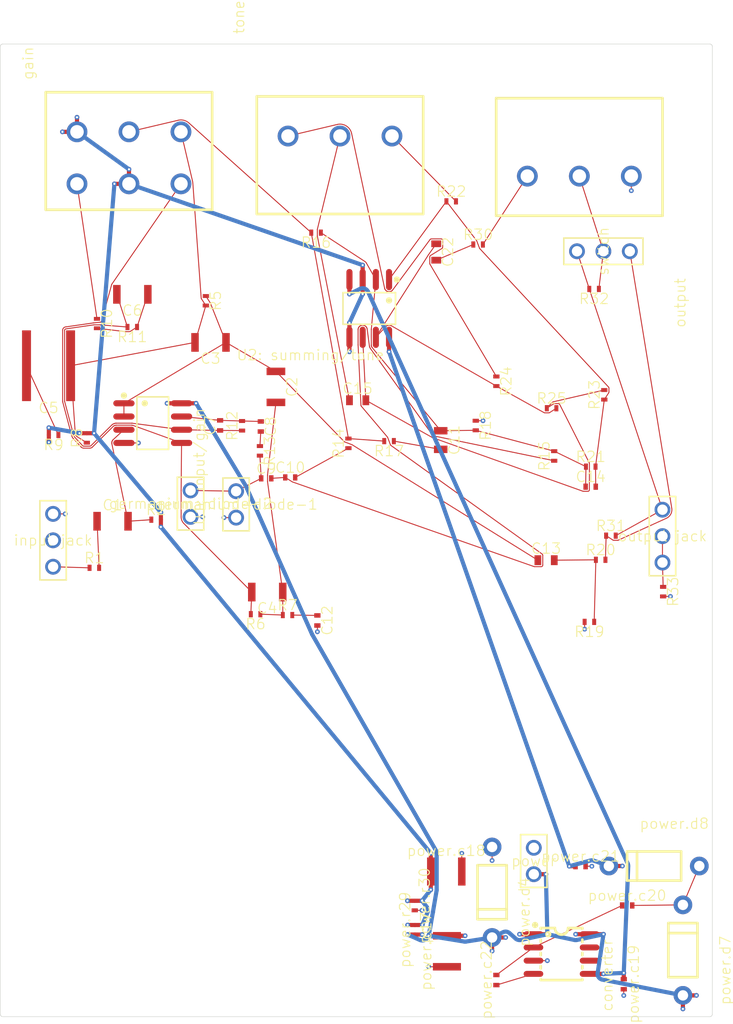
<source format=kicad_pcb>
(kicad_pcb (version 20221018) (generator jitx)
  (layers (0 F.Cu signal) (31 B.Cu signal) (34 "B.Paste" user) (35 "F.Paste" user) (36 "B.SilkS" user "B.Silkscreen") (37 "F.SilkS" user "F.Silkscreen") (38 "B.Mask" user) (39 "F.Mask" user) (44 "Edge.Cuts" user))
  (net 1 "IN1+")
  (net 2 "r7_p2")
  (net 3 "IN1-")
  (net 4 "c9_p2")
  (net 5 "rv-gain_p6")
  (net 6 "c11_p2")
  (net 7 "c6_p2")
  (net 8 "r4_p2")
  (net 9 "rv-tone_p2")
  (net 10 "c10_p1")
  (net 11 "r1_p1")
  (net 12 "GND")
  (net 13 "c2_p2")
  (net 14 "CAP+")
  (net 15 "IN2+")
  (net 16 "IN2-")
  (net 17 "r10_p2")
  (net 18 "CAP-")
  (net 19 "c15_p2")
  (net 20 "rv-tone_p1")
  (net 21 "r243_p2")
  (net 22 "r18_p1")
  (net 23 "c10_p2")
  (net 24 "rv-level_p1")
  (net 25 "r28_p1")
  (net 26 "VCCn8v6")
  (net 27 "r1_p2")
  (net 28 "OUT2")
  (net 29 "VCC9v")
  (net 30 "VCC4v5")
  (net 31 "rv-gain_p2")
  (net 32 "VCC16v2")
  (net 33 "rv-tone_p3")
  (net 34 "K")
  (net 35 "c3_p2")
  (net 36 "u2_IN2-")
  (net 37 "rv-gain_p1")
  (net 38 "OUT1")
  (net 39 "u2_OUT2")
  (net 40 "rv-level_p2")
  (net 41 "u2_IN1-")
  (footprint "centaur:Pkg0402_3" (layer F.Cu) (at 135.627049238821 79.385366007281 270.0)
    (fp_text value "27K" hide)
    (fp_text reference "R16")
  )
  (footprint "centaur:LP_2" (layer F.Cu) (at 117.630591737362 63.2609512538387 90.0)
    (fp_text reference "gain")
    (fp_text value "10K")
  )
  (footprint "centaur:Pkg1206" (layer F.Cu) (at 131.767970157503 94.2108334067773 0.0)
    (fp_text value "100n" hide)
    (fp_text reference "C2")
  )
  (footprint "centaur:PIN_GRID" (layer F.Cu) (at 163.269283005631 81.1732961694845 270.0)
    (fp_text value "~" hide)
    (fp_text reference "switch")
  )
  (footprint "centaur:Pkg0402_3" (layer F.Cu) (at 148.627194264472 76.3770056243379 90.0)
    (fp_text value "1K8" hide)
    (fp_text reference "R22")
  )
  (footprint "centaur:Pkg0402_3" (layer F.Cu) (at 129.812860412097 116.058905558526 270.0)
    (fp_text value "10K" hide)
    (fp_text reference "R6")
  )
  (footprint "centaur:Pkg1825" (layer F.Cu) (at 109.894735748946 92.1776272681277 270.0)
    (fp_text value "390n" hide)
    (fp_text reference "C5")
  )
  (footprint "centaur:Pkg1210" (layer F.Cu) (at 148.216536372264 148.460943485989 180.0)
    (fp_text value "47u" hide)
    (fp_text reference "power.c17")
  )
  (footprint "centaur:PIN_GRID" (layer F.Cu) (at 110.331994358322 108.959205183364 0.0)
    (fp_text value "~" hide)
    (fp_text reference "input jack")
  )
  (footprint "centaur:Pkg0402_3" (layer F.Cu) (at 158.285532864278 96.2620609722709 90.0)
    (fp_text value "100K" hide)
    (fp_text reference "R25")
  )
  (footprint "centaur:Pkg0402_3" (layer F.Cu) (at 163.991187429814 108.512651745752 90.0)
    (fp_text value "68K" hide)
    (fp_text reference "R31")
  )
  (footprint "centaur:Pkg0402_3" (layer F.Cu) (at 110.383665400145 98.8341556100624 270.0)
    (fp_text value "1K" hide)
    (fp_text reference "R9")
  )
  (footprint "centaur:Pkg0402" (layer F.Cu) (at 130.311309075557 98.0176542635877 0.0)
    (fp_text value "1u" hide)
    (fp_text reference "C8")
  )
  (footprint "centaur:Pkg0402_3" (layer F.Cu) (at 163.004599768469 110.832685121163 90.0)
    (fp_text value "560R" hide)
    (fp_text reference "R20")
  )
  (footprint "centaur:Pkg0402" (layer F.Cu) (at 165.554881192236 144.058535110687 90.0)
    (fp_text value "1u" hide)
    (fp_text reference "power.c20")
  )
  (footprint "centaur:Pkg0402_3" (layer F.Cu) (at 120.241166662983 106.976784914852 90.0)
    (fp_text value "1M" hide)
    (fp_text reference "R2")
  )
  (footprint "centaur:Pkg0402_3" (layer F.Cu) (at 128.510770122321 97.9501376628891 180.0)
    (fp_text value "422K" hide)
    (fp_text reference "R12")
  )
  (footprint "centaur:Pkg0805" (layer F.Cu) (at 147.616860604925 99.3206976775315 0.0)
    (fp_text value "27n" hide)
    (fp_text reference "C11")
  )
  (footprint "centaur:Pkg0402_3" (layer F.Cu) (at 145.141560840544 146.397450112974 180.0)
    (fp_text value "27K" hide)
    (fp_text reference "power.r29")
  )
  (footprint "centaur:Pkg0402_3" (layer F.Cu) (at 158.535476976903 100.850871909773 180.0)
    (fp_text value "47K" hide)
    (fp_text reference "R15")
  )
  (footprint "centaur:PIN_GRID_1" (layer F.Cu) (at 123.554229421222 105.433615466433 0.0)
    (fp_text value "~" hide)
    (fp_text reference "germanium-diode-2")
  )
  (footprint "centaur:Pkg0402_3" (layer F.Cu) (at 150.988513425623 97.9244933627058 0.0)
    (fp_text value "15K" hide)
    (fp_text reference "R18")
  )
  (footprint "centaur:SO_8_L4_9_W3_9_P1_27_LS5_9_BL" (layer F.Cu) (at 159.239417071971 148.729360365704 270.0)
    (fp_text reference "converter")
    (fp_text value "~")
  )
  (footprint "centaur:LP_1" (layer F.Cu) (at 119.917763717663 97.6937384535198 270.0)
    (fp_text reference "U1: input/gain")
    (fp_text value "~")
  )
  (footprint "centaur:LP_1" (layer F.Cu) (at 140.744940847967 86.6708943744088 180.0)
    (fp_text reference "U2: summing/tone")
    (fp_text value "~")
  )
  (footprint "centaur:Pkg0402_2" (layer F.Cu) (at 125.023076287156 85.932949945597 0.0)
    (fp_text value "5K1" hide)
    (fp_text reference "R5")
  )
  (footprint "centaur:Pkg1206_1" (layer F.Cu) (at 130.932873044532 113.93325766978 270.0)
    (fp_text value "68n" hide)
    (fp_text reference "C4")
  )
  (footprint "centaur:LP" (layer F.Cu) (at 160.954146494592 85.1901278272516 270.0)
    (fp_text reference "output")
    (fp_text value "10K")
  )
  (footprint "centaur:Pkg0402_3" (layer F.Cu) (at 152.971998855674 93.6724314153544 0.0)
    (fp_text value "4K7" hide)
    (fp_text reference "R24")
  )
  (footprint "centaur:Pkg0402_3" (layer F.Cu) (at 151.216488823134 80.5243753306124 90.0)
    (fp_text value "560R" hide)
    (fp_text reference "R30")
  )
  (footprint "centaur:Pkg0402_2" (layer F.Cu) (at 113.574158752667 99.1204532724439 180.0)
    (fp_text value "1K5" hide)
    (fp_text reference "R8")
  )
  (footprint "centaur:Pkg0402" (layer F.Cu) (at 126.396465099161 97.9128159823873 180.0)
    (fp_text value "390p" hide)
    (fp_text reference "C7")
  )
  (footprint "centaur:Pkg0402_3" (layer F.Cu) (at 161.921499477167 116.79976085508 270.0)
    (fp_text value "100K" hide)
    (fp_text reference "R19")
  )
  (footprint "centaur:Pkg0402" (layer F.Cu) (at 165.228068563082 151.627237124434 0.0)
    (fp_text value "1u" hide)
    (fp_text reference "power.c19")
  )
  (footprint "centaur:Pkg0402_3" (layer F.Cu) (at 114.298993545025 111.603932324106 90.0)
    (fp_text value "10K" hide)
    (fp_text reference "R1")
  )
  (footprint "centaur:LP" (layer F.Cu) (at 137.930321538835 58.8592925749515 90.0)
    (fp_text reference "tone")
    (fp_text value "10K")
  )
  (footprint "centaur:Pkg0402_3" (layer F.Cu) (at 169.016439903876 113.89267362127 0.0)
    (fp_text value "100K" hide)
    (fp_text reference "R33")
  )
  (footprint "centaur:Pkg0402_3" (layer F.Cu) (at 117.94700345766 88.4549132785672 270.0)
    (fp_text value "15K" hide)
    (fp_text reference "R11")
  )
  (footprint "centaur:Pkg0402_1" (layer F.Cu) (at 133.142396902882 102.913313303406 90.0)
    (fp_text value "2.2n" hide)
    (fp_text reference "C10")
  )
  (footprint "centaur:Pkg0402" (layer F.Cu) (at 152.974523130787 151.22583466766 180.0)
    (fp_text value "1u" hide)
    (fp_text reference "power.c22")
  )
  (footprint "centaur:Pkg0402_3" (layer F.Cu) (at 138.741275035723 99.6387247643603 180.0)
    (fp_text value "22K" hide)
    (fp_text reference "R14")
  )
  (footprint "centaur:PIN_GRID_1" (layer F.Cu) (at 127.936704958606 105.508041268469 180.0)
    (fp_text value "~" hide)
    (fp_text reference "germanium-diode-1")
  )
  (footprint "centaur:Pkg0402" (layer F.Cu) (at 162.046638269478 103.805676630869 90.0)
    (fp_text value "820p" hide)
    (fp_text reference "C14")
  )
  (footprint "centaur:DO_41_BD2_4_L4_7_P8_70_D0_9_FD" (layer F.Cu) (at 152.561595726187 142.788047814994 270.0)
    (fp_text reference "power.d4")
    (fp_text value "~")
  )
  (footprint "centaur:DO_41_BD2_4_L4_7_P8_70_D0_9_RD_1" (layer F.Cu) (at 171.403160406233 148.398013544931 270.0)
    (fp_text reference "power.d7")
    (fp_text value "~")
  )
  (footprint "centaur:DO_41_BD2_4_L4_7_P8_70_D0_9_RD" (layer F.Cu) (at 168.189492710532 139.78248819841 0.0)
    (fp_text reference "power.d8")
    (fp_text value "~")
  )
  (footprint "centaur:Pkg0402_3" (layer F.Cu) (at 142.649355403476 99.4232543561364 270.0)
    (fp_text value "12K" hide)
    (fp_text reference "R17")
  )
  (footprint "centaur:PIN_GRID_1" (layer F.Cu) (at 156.573865707288 139.785380233562 0.0)
    (fp_text value "~" hide)
    (fp_text reference "power")
  )
  (footprint "centaur:PIN_GRID" (layer F.Cu) (at 168.950926563092 108.556602263986 0.0)
    (fp_text value "~" hide)
    (fp_text reference "output jack")
  )
  (footprint "centaur:Pkg1206_1" (layer F.Cu) (at 125.473687137002 89.9347946171667 270.0)
    (fp_text value "68n" hide)
    (fp_text reference "C3")
  )
  (footprint "centaur:Pkg0402_3" (layer F.Cu) (at 163.355726120396 94.9729485226723 180.0)
    (fp_text value "100K" hide)
    (fp_text reference "R23")
  )
  (footprint "centaur:Pkg0603" (layer F.Cu) (at 147.189057401687 81.2421513603942 0.0)
    (fp_text value "4.7u" hide)
    (fp_text reference "C22")
  )
  (footprint "centaur:Pkg0402_2" (layer F.Cu) (at 132.88575202097 116.14391674514 90.0)
    (fp_text value "1K5" hide)
    (fp_text reference "R7")
  )
  (footprint "centaur:Pkg1206" (layer F.Cu) (at 117.956275470466 85.3137960584525 270.0)
    (fp_text value "82n" hide)
    (fp_text reference "C6")
  )
  (footprint "centaur:Pkg0603" (layer F.Cu) (at 157.754002148383 110.870351694323 90.0)
    (fp_text value "4.7u" hide)
    (fp_text reference "C13")
  )
  (footprint "centaur:Pkg1210" (layer F.Cu) (at 148.154963365414 140.797250015186 90.0)
    (fp_text value "47u" hide)
    (fp_text reference "power.c18")
  )
  (footprint "centaur:Pkg0603" (layer F.Cu) (at 139.628478704269 95.4963709349158 90.0)
    (fp_text value "3.9n" hide)
    (fp_text reference "C15")
  )
  (footprint "centaur:Pkg0402_3" (layer F.Cu) (at 162.372958368658 84.7958589498131 270.0)
    (fp_text value "68K" hide)
    (fp_text reference "R32")
  )
  (footprint "centaur:Pkg0402_4" (layer F.Cu) (at 114.554597568668 88.1227669468677 0.0)
    (fp_text value "2K" hide)
    (fp_text reference "R10")
  )
  (footprint "centaur:Pkg0402" (layer F.Cu) (at 130.833750221342 103.002721065441 90.0)
    (fp_text value "1u" hide)
    (fp_text reference "C9")
  )
  (footprint "centaur:Pkg0402" (layer F.Cu) (at 161.071738723803 140.286966424443 90.0)
    (fp_text value "1u" hide)
    (fp_text reference "power.c21")
  )
  (footprint "centaur:Pkg1206" (layer F.Cu) (at 116.052097089684 107.125637624821 90.0)
    (fp_text value "100n" hide)
    (fp_text reference "C1")
  )
  (footprint "centaur:Pkg0402_3" (layer F.Cu) (at 130.228628870423 100.359013296815 0.0)
    (fp_text value "1K" hide)
    (fp_text reference "R13")
  )
  (footprint "centaur:Pkg0402" (layer F.Cu) (at 135.755641449627 116.66460226102 0.0)
    (fp_text value "1u" hide)
    (fp_text reference "C12")
  )
  (footprint "centaur:Pkg0402_3" (layer F.Cu) (at 162.050101832792 101.877761606858 90.0)
    (fp_text value "392K" hide)
    (fp_text reference "R21")
  )
  (footprint "centaur:Pkg0402_3" (layer F.Cu) (at 145.119964819984 144.068849867767 0.0)
    (fp_text value "27K" hide)
    (fp_text reference "power.r30")
  )
  (segment (start 148.167333046358 76.3770056243379) (end 151.061654683862 80.1359124614369) (layer F.Cu) (width 0.09) (net 38))
  (arc (start 151.061654683862 80.1359124614369) (mid 151.073285110309 80.1535373984808) (end 151.082232285396 80.1726646900585) (layer F.Cu) (width 0.09) (net 38))
  (segment (start 151.082232285396 80.1726646900585) (end 151.350745360871 80.8760859711663) (layer F.Cu) (width 0.09) (net 38))
  (arc (start 151.350745360871 80.8760859711663) (mid 151.363139331038 80.9010454059938) (end 151.380079112193 80.9231729385677) (layer F.Cu) (width 0.09) (net 38))
  (segment (start 151.380079112193 80.9231729385677) (end 163.761858267563 94.2241509147171) (layer F.Cu) (width 0.09) (net 38))
  (arc (start 163.761858267563 94.2241509147171) (mid 163.790659736184 94.2698644447357) (end 163.800726120396 94.3229485226723) (layer F.Cu) (width 0.09) (net 38))
  (segment (start 163.800726120396 94.3229485226723) (end 163.800726120396 94.7032260864455) (layer F.Cu) (width 0.09) (net 38))
  (arc (start 163.800726120396 94.7032260864455) (mid 163.794775110897 94.74434029616) (end 163.777410558458 94.7820797327363) (layer F.Cu) (width 0.09) (net 38))
  (segment (start 163.777410558458 94.7820797327363) (end 163.355726120396 95.4328097407857) (layer F.Cu) (width 0.09) (net 38))
  (segment (start 163.355726120396 95.4328097407857) (end 162.509963050906 101.877761606858) (layer F.Cu) (width 0.09) (net 38))
  (segment (start 162.509963050906 101.877761606858) (end 162.531499487592 103.805676630869) (layer F.Cu) (width 0.09) (net 38))
  (segment (start 148.167333046358 76.3770056243379) (end 142.649940847967 83.8983943744089) (layer F.Cu) (width 0.09) (net 38))
  (segment (start 117.145263717663 95.7887384535198) (end 126.963609031066 89.9347946171667) (layer F.Cu) (width 0.09) (net 3))
  (segment (start 156.966318165561 110.870351694323) (end 139.117775907902 99.7852700251206) (layer F.Cu) (width 0.09) (net 3))
  (arc (start 139.117775907902 99.7852700251206) (mid 139.105674579027 99.7785330026628) (end 139.092985676277 99.7729813020979) (layer F.Cu) (width 0.09) (net 3))
  (segment (start 139.092985676277 99.7729813020979) (end 138.389564395169 99.5044682266228) (layer F.Cu) (width 0.09) (net 3))
  (arc (start 138.389564395169 99.5044682266228) (mid 138.361596264791 99.4901480811039) (end 138.337369655783 99.4701392255522) (layer F.Cu) (width 0.09) (net 3))
  (segment (start 138.337369655783 99.4701392255522) (end 131.767970157503 92.7209115127131) (layer F.Cu) (width 0.09) (net 3))
  (segment (start 117.145263717663 95.7887384535198) (end 117.145263717663 97.0587384535198) (layer F.Cu) (width 0.09) (net 3))
  (segment (start 131.767970157503 92.7209115127131) (end 126.963609031066 89.9347946171667) (layer F.Cu) (width 0.09) (net 3))
  (segment (start 126.963609031066 89.9347946171667) (end 125.457809294447 86.1490811815539) (layer F.Cu) (width 0.09) (net 3))
  (arc (start 125.457809294447 86.1490811815539) (mid 125.451817732527 86.135959262846) (end 125.44455202179 86.1234976011472) (layer F.Cu) (width 0.09) (net 3))
  (segment (start 125.44455202179 86.1234976011472) (end 125.023076287156 85.4768387274837) (layer F.Cu) (width 0.09) (net 3))
  (segment (start 123.983765242938 89.9347946171667) (end 125.023076287156 86.3890611637105) (layer F.Cu) (width 0.09) (net 37))
  (segment (start 113.574158752667 99.5765644905572) (end 112.659467911616 99.0124639335175) (layer F.Cu) (width 0.09) (net 37))
  (arc (start 112.659467911616 99.0124639335175) (mid 112.524139520354 98.875925458715) (end 112.466139072873 98.6926429536173) (layer F.Cu) (width 0.09) (net 37))
  (segment (start 112.466139072873 98.6926429536173) (end 112.014247137513 92.1776272681277) (layer F.Cu) (width 0.09) (net 37))
  (segment (start 123.983765242938 89.9347946171667) (end 112.014247137513 92.1776272681277) (layer F.Cu) (width 0.09) (net 37))
  (segment (start 125.023076287156 86.3890611637105) (end 124.601600552522 85.7424022900469) (layer F.Cu) (width 0.09) (net 37))
  (arc (start 124.601600552522 85.7424022900469) (mid 124.585672775994 85.7095446241376) (end 124.578458573172 85.6737497145585) (layer F.Cu) (width 0.09) (net 37))
  (segment (start 124.578458573172 85.6737497145585) (end 123.773572996064 74.6113621163182) (layer F.Cu) (width 0.09) (net 37))
  (arc (start 123.773572996064 74.6113621163182) (mid 123.763417779634 74.5212611558673) (end 123.746164991112 74.4322462538388) (layer F.Cu) (width 0.09) (net 37))
  (segment (start 123.746164991112 74.4322462538388) (end 122.631591737362 69.6944512538388) (layer F.Cu) (width 0.09) (net 37))
  (segment (start 107.775224360378 92.1776272681277) (end 110.843526618259 98.8341556100624) (layer F.Cu) (width 0.09) (net 7))
  (segment (start 122.631591737362 74.6944512538388) (end 115.986900695904 84.3314877162357) (layer F.Cu) (width 0.09) (net 15))
  (arc (start 115.986900695904 84.3314877162357) (mid 115.974882156536 84.3524707206654) (end 115.966517830921 84.3751592600728) (layer F.Cu) (width 0.09) (net 15))
  (segment (start 115.966517830921 84.3751592600728) (end 114.994355208212 87.8916813090206) (layer F.Cu) (width 0.09) (net 15))
  (arc (start 114.994355208212 87.8916813090206) (mid 114.94779983986 87.9641225761829) (end 114.868373706059 87.9973886066012) (layer F.Cu) (width 0.09) (net 15))
  (segment (start 114.868373706059 87.9973886066012) (end 114.222769940902 88.0590047476002) (layer F.Cu) (width 0.09) (net 15))
  (arc (start 114.222769940902 88.0590047476002) (mid 114.214765847834 88.0598658210677) (end 114.206784756525 88.0609189757976) (layer F.Cu) (width 0.09) (net 15))
  (segment (start 114.206784756525 88.0609189757976) (end 111.535945713939 88.4460568608308) (layer F.Cu) (width 0.09) (net 15))
  (arc (start 111.535945713939 88.4460568608308) (mid 111.330536990595 88.5583013600225) (end 111.248758526081 88.7776272681277) (layer F.Cu) (width 0.09) (net 15))
  (segment (start 111.248758526081 88.7776272681277) (end 111.248758526081 95.5776272681277) (layer F.Cu) (width 0.09) (net 15))
  (arc (start 111.248758526081 95.5776272681277) (mid 111.251581987815 95.6210294273534) (end 111.260004779367 95.6636999786046) (layer F.Cu) (width 0.09) (net 15))
  (segment (start 111.260004779367 95.6636999786046) (end 112.111646196974 98.8670625575133) (layer F.Cu) (width 0.09) (net 15))
  (arc (start 112.111646196974 98.8670625575133) (mid 112.18323102734 99.0453143346519) (end 112.295768547238 99.2009851109925) (layer F.Cu) (width 0.09) (net 15))
  (segment (start 112.295768547238 99.2009851109925) (end 113.028581162276 99.9908055208365) (layer F.Cu) (width 0.09) (net 15))
  (arc (start 113.028581162276 99.9908055208365) (mid 113.140191411893 100.070000095593) (end 113.274158752667 100.097953272444) (layer F.Cu) (width 0.09) (net 15))
  (segment (start 113.274158752667 100.097953272444) (end 113.874158752667 100.097953272444) (layer F.Cu) (width 0.09) (net 15))
  (arc (start 113.874158752667 100.097953272444) (mid 114.001821106181 100.07267463673) (end 114.110217011164 100.000653711222) (layer F.Cu) (width 0.09) (net 15))
  (segment (start 114.110217011164 100.000653711222) (end 116.106699853898 98.0179637953051) (layer F.Cu) (width 0.09) (net 15))
  (arc (start 116.106699853898 98.0179637953051) (mid 116.110632902021 98.0142018704428) (end 116.114704356986 98.0105901948389) (layer F.Cu) (width 0.09) (net 15))
  (segment (start 116.114704356986 98.0105901948389) (end 116.149784886481 97.9806285921616) (layer F.Cu) (width 0.09) (net 15))
  (arc (start 116.149784886481 97.9806285921616) (mid 116.158725991907 97.9735799929892) (end 116.168192561605 97.9672546333422) (layer F.Cu) (width 0.09) (net 15))
  (segment (start 116.168192561605 97.9672546333422) (end 116.207528218856 97.9431497115771) (layer F.Cu) (width 0.09) (net 15))
  (arc (start 116.207528218856 97.9431497115771) (mid 116.217461888277 97.9375865894011) (end 116.227801413047 97.9328200031943) (layer F.Cu) (width 0.09) (net 15))
  (segment (start 116.227801413047 97.9328200031943) (end 116.270423623624 97.9151653055149) (layer F.Cu) (width 0.09) (net 15))
  (arc (start 116.270423623624 97.9151653055149) (mid 116.281105257132 97.9112246428662) (end 116.292063143558 97.9081341992714) (layer F.Cu) (width 0.09) (net 15))
  (segment (start 116.292063143558 97.9081341992714) (end 116.336922407182 97.8973644429272) (layer F.Cu) (width 0.09) (net 15))
  (arc (start 116.336922407182 97.8973644429272) (mid 116.34808898751 97.8951432719985) (end 116.359395416061 97.8938050679935) (layer F.Cu) (width 0.09) (net 15))
  (segment (start 116.359395416061 97.8938050679935) (end 116.405387148782 97.8901854401285) (layer F.Cu) (width 0.09) (net 15))
  (arc (start 116.405387148782 97.8901854401285) (mid 116.411071044378 97.8898502432649) (end 116.416763717663 97.8897384535198) (layer F.Cu) (width 0.09) (net 15))
  (segment (start 116.416763717663 97.8897384535198) (end 117.873763717663 97.8897384535198) (layer F.Cu) (width 0.09) (net 15))
  (arc (start 117.873763717663 97.8897384535198) (mid 117.879456390948 97.8898502432649) (end 117.885140286543 97.8901854401285) (layer F.Cu) (width 0.09) (net 15))
  (segment (start 117.885140286543 97.8901854401285) (end 117.931132019265 97.8938050679935) (layer F.Cu) (width 0.09) (net 15))
  (arc (start 117.931132019265 97.8938050679935) (mid 117.942438447816 97.8951432719985) (end 117.953605028144 97.8973644429272) (layer F.Cu) (width 0.09) (net 15))
  (segment (start 117.953605028144 97.8973644429272) (end 117.998464291768 97.9081341992714) (layer F.Cu) (width 0.09) (net 15))
  (arc (start 117.998464291768 97.9081341992714) (mid 118.0061921042 97.9102166408263) (end 118.013793245208 97.9127222950664) (layer F.Cu) (width 0.09) (net 15))
  (segment (start 118.013793245208 97.9127222950664) (end 122.690263717663 99.5987384535199) (layer F.Cu) (width 0.09) (net 15))
  (segment (start 129.352999193984 116.058905558526) (end 129.442951150468 113.93325766978) (layer F.Cu) (width 0.09) (net 15))
  (segment (start 129.442951150468 113.93325766978) (end 122.911326967236 107.340562430205) (layer F.Cu) (width 0.09) (net 15))
  (arc (start 122.911326967236 107.340562430205) (mid 122.7173149331 107.047997724355) (end 122.649229421222 106.703615466433) (layer F.Cu) (width 0.09) (net 15))
  (segment (start 122.649229421222 106.703615466433) (end 122.649229421222 104.163615466433) (layer F.Cu) (width 0.09) (net 15))
  (arc (start 122.649229421222 104.163615466433) (mid 122.649238578054 104.159544375489) (end 122.649266048364 104.155473366927) (layer F.Cu) (width 0.09) (net 15))
  (segment (start 122.649266048364 104.155473366927) (end 122.690263717663 99.5987384535199) (layer F.Cu) (width 0.09) (net 15))
  (segment (start 140.109940847967 82.5043943744088) (end 117.631591737362 74.6944512538388) (layer B.Cu) (width 0.4) (net 30))
  (segment (start 145.819964819984 143.608988649653) (end 146.265471565242 144.182850218002) (layer B.Cu) (width 0.4) (net 30))
  (arc (start 146.265471565242 144.182850218002) (mid 146.379071161971 144.454575410595) (end 146.340211828534 144.7465161595) (layer B.Cu) (width 0.4) (net 30))
  (segment (start 146.340211828534 144.7465161595) (end 145.841560840544 145.93758889486) (layer B.Cu) (width 0.4) (net 30))
  (segment (start 112.874158752667 98.6643420543304) (end 109.923804182032 98.1341556100624) (layer B.Cu) (width 0.4) (net 30))
  (segment (start 146.66504147135 139.047250015186) (end 120.701027881096 107.676784914852) (layer B.Cu) (width 0.4) (net 30))
  (segment (start 120.701027881096 106.276784914852) (end 114.274158752667 98.6643420543304) (layer B.Cu) (width 0.4) (net 30))
  (segment (start 116.231591737362 74.6944512538388) (end 114.274158752667 98.6643420543304) (layer B.Cu) (width 0.4) (net 30))
  (segment (start 117.631591737362 73.2944512538388) (end 112.631591737362 69.6944512538388) (layer B.Cu) (width 0.4) (net 30))
  (segment (start 146.66504147135 142.547250015186) (end 145.819964819984 143.608988649653) (layer B.Cu) (width 0.4) (net 30))
  (segment (start 138.839940847967 88.0493943744088) (end 140.109940847967 85.2923943744088) (layer B.Cu) (width 0.4) (net 30))
  (segment (start 120.701027881096 106.976784914852) (end 120.701027881096 106.276784914852) (layer F.Cu) (width 0.4) (net 30))
  (segment (start 145.141560840544 145.93758889486) (end 144.441560840544 145.93758889486) (layer F.Cu) (width 0.4) (net 30))
  (segment (start 117.631591737362 74.6944512538388) (end 116.231591737362 74.6944512538388) (layer F.Cu) (width 0.4) (net 30))
  (segment (start 117.631591737362 74.6944512538388) (end 117.631591737362 73.2944512538388) (layer F.Cu) (width 0.4) (net 30))
  (segment (start 145.141560840544 145.93758889486) (end 145.841560840544 145.93758889486) (layer F.Cu) (width 0.4) (net 30))
  (segment (start 146.66504147135 140.797250015186) (end 146.66504147135 142.547250015186) (layer F.Cu) (width 0.4) (net 30))
  (segment (start 112.631591737362 69.6944512538388) (end 112.631591737362 68.2944512538388) (layer F.Cu) (width 0.4) (net 30))
  (segment (start 138.839940847967 89.4433943744088) (end 138.839940847967 88.0493943744088) (layer F.Cu) (width 0.4) (net 30))
  (segment (start 112.631591737362 69.6944512538388) (end 111.231591737362 69.6944512538388) (layer F.Cu) (width 0.4) (net 30))
  (segment (start 146.66504147135 140.797250015186) (end 146.66504147135 139.047250015186) (layer F.Cu) (width 0.4) (net 30))
  (segment (start 109.923804182032 98.8341556100624) (end 109.923804182032 99.5341556100624) (layer F.Cu) (width 0.4) (net 30))
  (segment (start 145.119964819984 143.608988649653) (end 144.419964819984 143.608988649653) (layer F.Cu) (width 0.4) (net 30))
  (segment (start 120.701027881096 106.976784914852) (end 120.701027881096 107.676784914852) (layer F.Cu) (width 0.4) (net 30))
  (segment (start 113.574158752667 98.6643420543305) (end 114.274158752667 98.6643420543304) (layer F.Cu) (width 0.4) (net 30))
  (segment (start 140.109940847967 83.8983943744089) (end 140.109940847967 85.2923943744088) (layer F.Cu) (width 0.4) (net 30))
  (segment (start 138.839940847967 89.4433943744088) (end 138.839940847967 90.8373943744088) (layer F.Cu) (width 0.4) (net 30))
  (segment (start 145.119964819984 143.608988649653) (end 145.819964819984 143.608988649653) (layer F.Cu) (width 0.4) (net 30))
  (segment (start 113.574158752667 98.6643420543305) (end 112.874158752667 98.6643420543304) (layer F.Cu) (width 0.4) (net 30))
  (segment (start 109.923804182032 98.8341556100624) (end 109.923804182032 98.1341556100624) (layer F.Cu) (width 0.4) (net 30))
  (segment (start 140.109940847967 83.8983943744089) (end 140.109940847967 82.5043943744088) (layer F.Cu) (width 0.4) (net 30))
  (segment (start 162.544738550355 110.832685121163) (end 158.541686131205 110.870351694323) (layer F.Cu) (width 0.09) (net 13))
  (segment (start 162.544738550355 110.832685121163) (end 162.381360695281 116.79976085508) (layer F.Cu) (width 0.09) (net 13))
  (segment (start 147.616860604925 98.4259752413047) (end 141.030211156676 90.436942913438) (layer F.Cu) (width 0.09) (net 41))
  (arc (start 141.030211156676 90.436942913438) (mid 141.024046237196 90.4289095631286) (end 141.018457027789 90.4204655304666) (layer F.Cu) (width 0.09) (net 41))
  (segment (start 141.018457027789 90.4204655304666) (end 140.994352106024 90.3811298732161) (layer F.Cu) (width 0.09) (net 41))
  (arc (start 140.994352106024 90.381129873216) (mid 140.988788983848 90.3711962037945) (end 140.984022397641 90.3608566790252) (layer F.Cu) (width 0.09) (net 41))
  (segment (start 140.984022397641 90.3608566790252) (end 140.966367699962 90.318234468448) (layer F.Cu) (width 0.09) (net 41))
  (arc (start 140.966367699962 90.318234468448) (mid 140.962427037313 90.3075528349394) (end 140.959336593718 90.2965949485142) (layer F.Cu) (width 0.09) (net 41))
  (segment (start 140.959336593718 90.2965949485142) (end 140.948566837374 90.2517356848897) (layer F.Cu) (width 0.09) (net 41))
  (arc (start 140.948566837374 90.2517356848897) (mid 140.946345666446 90.2405691045615) (end 140.945007462441 90.2292626760112) (layer F.Cu) (width 0.09) (net 41))
  (segment (start 140.945007462441 90.2292626760112) (end 140.941387834575 90.1832709432893) (layer F.Cu) (width 0.09) (net 41))
  (arc (start 140.941387834575 90.1832709432893) (mid 140.941052637712 90.1775870476939) (end 140.940940847967 90.1718943744088) (layer F.Cu) (width 0.09) (net 41))
  (segment (start 140.940940847967 90.1718943744088) (end 140.940940847967 88.7148943744088) (layer F.Cu) (width 0.09) (net 41))
  (arc (start 140.940940847967 88.7148943744088) (mid 140.941052637712 88.7092017011237) (end 140.941387834575 88.7035178055283) (layer F.Cu) (width 0.09) (net 41))
  (segment (start 140.941387834575 88.7035178055283) (end 140.945007462441 88.6575260728064) (layer F.Cu) (width 0.09) (net 41))
  (arc (start 140.945007462441 88.6575260728064) (mid 140.945081994779 88.6566157172301) (end 140.945162260232 88.6557058492166) (layer F.Cu) (width 0.09) (net 41))
  (segment (start 140.945162260232 88.6557058492166) (end 141.379940847967 83.8983943744089) (layer F.Cu) (width 0.09) (net 41))
  (segment (start 150.988513425623 98.3843545808192) (end 158.535476976903 100.391010691659) (layer F.Cu) (width 0.09) (net 41))
  (segment (start 150.988513425623 98.3843545808192) (end 147.616860604925 98.4259752413047) (layer F.Cu) (width 0.09) (net 41))
  (segment (start 141.379940847967 83.8983943744089) (end 140.464825950556 82.3010779610027) (layer F.Cu) (width 0.09) (net 41))
  (arc (start 140.464825950556 82.3010779610027) (mid 140.407524027475 82.2238141697015) (end 140.333761192409 82.1620707652118) (layer F.Cu) (width 0.09) (net 41))
  (segment (start 140.333761192409 82.1620707652118) (end 136.086910456934 79.385366007281) (layer F.Cu) (width 0.09) (net 41))
  (segment (start 161.590240614679 101.877761606858) (end 161.561777051365 103.805676630869) (layer F.Cu) (width 0.09) (net 41))
  (segment (start 161.590240614679 101.877761606858) (end 158.535476976903 100.391010691659) (layer F.Cu) (width 0.09) (net 41))
  (segment (start 135.755641449627 116.179741042907) (end 133.341863239084 116.14391674514) (layer F.Cu) (width 0.09) (net 2))
  (segment (start 143.109216621589 99.4232543561364) (end 147.616860604925 100.215420113758) (layer F.Cu) (width 0.09) (net 22))
  (segment (start 126.396465099161 97.4279547642739) (end 128.510770122321 97.4902764447757) (layer F.Cu) (width 0.09) (net 28))
  (segment (start 126.396465099161 97.4279547642739) (end 122.690263717663 97.0587384535198) (layer F.Cu) (width 0.09) (net 28))
  (segment (start 128.510770122321 97.4902764447757) (end 130.311309075557 97.5327930454743) (layer F.Cu) (width 0.09) (net 28))
  (segment (start 131.767970157503 95.7007553008415) (end 130.959434336015 102.686048875303) (layer F.Cu) (width 0.09) (net 35))
  (arc (start 130.959434336015 102.686048875303) (mid 130.958713276828 102.694371114102) (end 130.958472657569 102.702721065441) (layer F.Cu) (width 0.09) (net 35))
  (segment (start 130.958472657569 102.702721065441) (end 130.958472657569 103.302721065441) (layer F.Cu) (width 0.09) (net 35))
  (arc (start 130.958472657569 103.302721065441) (mid 130.958812772219 103.312646667208) (end 130.95983152061 103.322525705629) (layer F.Cu) (width 0.09) (net 35))
  (segment (start 130.95983152061 103.322525705629) (end 132.422794938596 113.93325766978) (layer F.Cu) (width 0.09) (net 35))
  (segment (start 132.429640802857 116.14391674514) (end 132.422794938596 113.93325766978) (layer F.Cu) (width 0.09) (net 35))
  (segment (start 132.429640802857 116.14391674514) (end 130.272721630211 116.058905558526) (layer F.Cu) (width 0.09) (net 35))
  (segment (start 155.953646494592 73.9506278272517) (end 151.676350041247 80.5243753306124) (layer F.Cu) (width 0.09) (net 24))
  (segment (start 165.809283005631 81.1732961694845) (end 169.844086001485 105.870687159868) (layer F.Cu) (width 0.09) (net 8))
  (arc (start 169.844086001485 105.870687159868) (mid 169.749048410653 106.443247920761) (end 169.325750138824 106.840332976704) (layer F.Cu) (width 0.09) (net 8))
  (segment (start 169.325750138824 106.840332976704) (end 164.701242035871 108.944630699723) (layer F.Cu) (width 0.09) (net 8))
  (arc (start 164.701242035871 108.944630699723) (mid 164.671912433265 108.9543590997) (end 164.641187429814 108.957651745752) (layer F.Cu) (width 0.09) (net 8))
  (segment (start 164.641187429814 108.957651745752) (end 164.260909866041 108.957651745752) (layer F.Cu) (width 0.09) (net 8))
  (arc (start 164.260909866041 108.957651745752) (mid 164.219795656326 108.951700736253) (end 164.18205621975 108.934336183814) (layer F.Cu) (width 0.09) (net 8))
  (segment (start 164.18205621975 108.934336183814) (end 163.531326211701 108.512651745752) (layer F.Cu) (width 0.09) (net 8))
  (segment (start 163.464460986582 110.832685121163) (end 163.531326211701 108.512651745752) (layer F.Cu) (width 0.09) (net 8))
  (segment (start 113.839132326911 111.603932324106) (end 110.331994358322 111.499205183364) (layer F.Cu) (width 0.09) (net 11))
  (segment (start 147.189057401687 80.4544673775722) (end 146.440654952781 81.5114318756908) (layer F.Cu) (width 0.09) (net 39))
  (arc (start 146.440654952781 81.5114318756908) (mid 146.436063965553 81.5180844457556) (end 146.431634817328 81.5248458434064) (layer F.Cu) (width 0.09) (net 39))
  (segment (start 146.431634817328 81.5248458434064) (end 141.379940847967 89.4433943744088) (layer F.Cu) (width 0.09) (net 39))
  (segment (start 152.971998855674 94.1322926334678) (end 142.855581901568 88.3271735887635) (layer F.Cu) (width 0.09) (net 39))
  (arc (start 142.855581901568 88.3271735887635) (mid 142.84737399773 88.3228072697513) (end 142.838903152583 88.3189759240833) (layer F.Cu) (width 0.09) (net 39))
  (segment (start 142.838903152583 88.3189759240833) (end 142.796280942006 88.3013212264039) (layer F.Cu) (width 0.09) (net 39))
  (arc (start 142.796280942006 88.3013212264039) (mid 142.785599308497 88.2973805637552) (end 142.774641422072 88.2942901201604) (layer F.Cu) (width 0.09) (net 39))
  (segment (start 142.774641422072 88.2942901201604) (end 142.729782158448 88.2835203638162) (layer F.Cu) (width 0.09) (net 39))
  (arc (start 142.729782158448 88.2835203638162) (mid 142.718615578119 88.2812991928875) (end 142.707309149569 88.2799609888825) (layer F.Cu) (width 0.09) (net 39))
  (segment (start 142.707309149569 88.2799609888825) (end 142.661317416847 88.2763413610175) (layer F.Cu) (width 0.09) (net 39))
  (arc (start 142.661317416847 88.2763413610175) (mid 142.649940847967 88.2758943744088) (end 142.638564279086 88.2763413610175) (layer F.Cu) (width 0.09) (net 39))
  (segment (start 142.638564279086 88.2763413610175) (end 142.592572546364 88.2799609888825) (layer F.Cu) (width 0.09) (net 39))
  (arc (start 142.592572546364 88.2799609888825) (mid 142.581266117814 88.2812991928875) (end 142.570099537486 88.2835203638162) (layer F.Cu) (width 0.09) (net 39))
  (segment (start 142.570099537486 88.2835203638162) (end 142.525240273861 88.2942901201604) (layer F.Cu) (width 0.09) (net 39))
  (arc (start 142.525240273861 88.2942901201604) (mid 142.514282387436 88.2973805637552) (end 142.503600753928 88.3013212264039) (layer F.Cu) (width 0.09) (net 39))
  (segment (start 142.503600753928 88.3013212264039) (end 142.46097854335 88.3189759240833) (layer F.Cu) (width 0.09) (net 39))
  (arc (start 142.46097854335 88.3189759240833) (mid 142.450639018581 88.3237425102901) (end 142.44070534916 88.3293056324661) (layer F.Cu) (width 0.09) (net 39))
  (segment (start 142.44070534916 88.3293056324661) (end 142.401369691909 88.3534105542312) (layer F.Cu) (width 0.09) (net 39))
  (arc (start 142.401369691909 88.3534105542312) (mid 142.39190312221 88.3597359138782) (end 142.382962016785 88.3667845130506) (layer F.Cu) (width 0.09) (net 39))
  (segment (start 142.382962016785 88.3667845130506) (end 142.34788148729 88.396746115728) (layer F.Cu) (width 0.09) (net 39))
  (arc (start 142.34788148729 88.396746115728) (mid 142.341528184788 88.4025058310445) (end 142.33552648076 88.4086310512015) (layer F.Cu) (width 0.09) (net 39))
  (segment (start 142.33552648076 88.4086310512015) (end 141.379940847967 89.4433943744088) (layer F.Cu) (width 0.09) (net 39))
  (segment (start 152.971998855674 94.1322926334678) (end 157.565013691887 96.6887576428084) (layer F.Cu) (width 0.09) (net 39))
  (arc (start 157.565013691887 96.6887576428084) (mid 157.599104971311 96.7024105665488) (end 157.635532864278 96.7070609722709) (layer F.Cu) (width 0.09) (net 39))
  (segment (start 157.635532864278 96.7070609722709) (end 158.015810428051 96.7070609722709) (layer F.Cu) (width 0.09) (net 39))
  (arc (start 158.015810428051 96.7070609722709) (mid 158.056924637766 96.7011099627726) (end 158.094664074342 96.6837454103337) (layer F.Cu) (width 0.09) (net 39))
  (segment (start 158.094664074342 96.6837454103337) (end 158.745394082392 96.2620609722709) (layer F.Cu) (width 0.09) (net 39))
  (segment (start 152.561595726187 147.138047814994) (end 150.053244650068 147.528316553826) (layer B.Cu) (width 0.4) (net 29))
  (arc (start 150.053244650068 147.528316553826) (mid 149.964421853819 147.535017628092) (end 149.875651800835 147.527650727595) (layer B.Cu) (width 0.4) (net 29))
  (segment (start 149.875651800835 147.527650727595) (end 146.466536372264 146.971021591925) (layer B.Cu) (width 0.4) (net 29))
  (segment (start 170.917660406233 152.703013544931) (end 163.16720932411 151.187882798225) (layer B.Cu) (width 0.4) (net 29))
  (arc (start 163.16720932411 151.187882798225) (mid 162.814620887619 150.959572414199) (end 162.717630859033 150.550870601925) (layer B.Cu) (width 0.4) (net 29))
  (segment (start 162.717630859033 150.550870601925) (end 163.275417071971 146.824360365705) (layer B.Cu) (width 0.4) (net 29))
  (segment (start 157.877417071971 146.824360365705) (end 160.484641741575 147.376138873995) (layer B.Cu) (width 0.4) (net 29))
  (arc (start 160.484641741575 147.376138873995) (mid 160.602533490046 147.388359260748) (end 160.720375935098 147.375672245573) (layer B.Cu) (width 0.4) (net 29))
  (segment (start 160.720375935098 147.375672245573) (end 163.275417071971 146.824360365705) (layer B.Cu) (width 0.4) (net 29))
  (segment (start 146.466536372264 146.971021591925) (end 146.867545493238 144.714911872729) (layer B.Cu) (width 0.4) (net 29))
  (arc (start 146.867545493238 144.714911872729) (mid 146.868192610586 144.711233684508) (end 146.86882681339 144.707553247543) (layer B.Cu) (width 0.4) (net 29))
  (segment (start 146.86882681339 144.707553247543) (end 147.221017189659 142.642049807646) (layer B.Cu) (width 0.4) (net 29))
  (arc (start 147.221017189659 142.642049807646) (mid 147.227031820523 142.594819411196) (end 147.22904147135 142.547250015186) (layer B.Cu) (width 0.4) (net 29))
  (segment (start 147.22904147135 142.547250015186) (end 147.22904147135 139.047250015186) (layer B.Cu) (width 0.4) (net 29))
  (arc (start 147.22904147135 139.047250015186) (mid 147.210046154216 138.902109064195) (end 147.15433971371 138.766744703251) (layer B.Cu) (width 0.4) (net 29))
  (segment (start 147.15433971371 138.766744703251) (end 135.266343207268 118.029968791069) (layer B.Cu) (width 0.4) (net 29))
  (arc (start 135.266343207268 118.029968791069) (mid 135.252915157924 118.005123948566) (end 135.240747620458 117.97963807522) (layer B.Cu) (width 0.4) (net 29))
  (segment (start 135.240747620458 117.97963807522) (end 128.904413219101 103.805443623342) (layer B.Cu) (width 0.4) (net 29))
  (arc (start 128.904413219101 103.805443623342) (mid 128.876289500539 103.747346976102) (end 128.844681923608 103.691069760048) (layer B.Cu) (width 0.4) (net 29))
  (segment (start 128.844681923608 103.691069760048) (end 124.084263717663 95.7887384535198) (layer B.Cu) (width 0.4) (net 29))
  (segment (start 157.733865707288 141.055380233562) (end 157.877417071971 146.824360365705) (layer B.Cu) (width 0.4) (net 29))
  (segment (start 157.877417071971 146.824360365705) (end 155.322375935098 147.375672245573) (layer B.Cu) (width 0.4) (net 29))
  (arc (start 155.322375935098 147.375672245573) (mid 155.059306460771 147.369638397299) (end 154.827606448962 147.244910452654) (layer B.Cu) (width 0.4) (net 29))
  (segment (start 154.827606448962 147.244910452654) (end 154.237406349196 146.717497728044) (layer B.Cu) (width 0.4) (net 29))
  (arc (start 154.237406349196 146.717497728044) (mid 153.940443251973 146.579586475528) (end 153.616906495418 146.629891165578) (layer B.Cu) (width 0.4) (net 29))
  (segment (start 153.616906495418 146.629891165578) (end 152.561595726187 147.138047814994) (layer B.Cu) (width 0.4) (net 29))
  (segment (start 144.441560840544 146.857311331087) (end 145.614349411973 147.373519590152) (layer B.Cu) (width 0.4) (net 29))
  (arc (start 145.614349411973 147.373519590152) (mid 145.980566667589 147.403912995965) (end 146.28777285334 147.202261819762) (layer B.Cu) (width 0.4) (net 29))
  (segment (start 146.28777285334 147.202261819762) (end 146.466536372264 146.971021591925) (layer B.Cu) (width 0.4) (net 29))
  (segment (start 152.561595726187 147.138047814994) (end 152.561595726187 148.438047814994) (layer F.Cu) (width 0.4) (net 29))
  (segment (start 122.690263717663 95.7887384535198) (end 121.296263717663 95.7887384535198) (layer F.Cu) (width 0.4) (net 29))
  (segment (start 145.141560840544 146.857311331087) (end 144.441560840544 146.857311331087) (layer F.Cu) (width 0.4) (net 29))
  (segment (start 156.540417071971 146.824360365705) (end 157.877417071971 146.824360365705) (layer F.Cu) (width 0.4) (net 29))
  (segment (start 156.573865707288 141.055380233562) (end 157.733865707288 141.055380233562) (layer F.Cu) (width 0.4) (net 29))
  (segment (start 145.141560840544 146.857311331087) (end 145.841560840544 146.857311331087) (layer F.Cu) (width 0.4) (net 29))
  (segment (start 161.938417071971 146.824360365705) (end 160.601417071971 146.824360365705) (layer F.Cu) (width 0.4) (net 29))
  (segment (start 152.561595726187 147.138047814994) (end 153.861595726187 147.138047814994) (layer F.Cu) (width 0.4) (net 29))
  (segment (start 156.540417071971 146.824360365705) (end 155.203417071971 146.824360365705) (layer F.Cu) (width 0.4) (net 29))
  (segment (start 170.917660406233 152.703013544931) (end 172.217660406233 152.703013544931) (layer F.Cu) (width 0.4) (net 29))
  (segment (start 148.216536372264 146.971021591925) (end 146.466536372264 146.971021591925) (layer F.Cu) (width 0.4) (net 29))
  (segment (start 170.917660406233 152.703013544931) (end 170.917660406233 154.003013544931) (layer F.Cu) (width 0.4) (net 29))
  (segment (start 148.216536372264 146.971021591925) (end 149.966536372264 146.971021591925) (layer F.Cu) (width 0.4) (net 29))
  (segment (start 122.690263717663 95.7887384535198) (end 124.084263717663 95.7887384535198) (layer F.Cu) (width 0.4) (net 29))
  (segment (start 161.938417071971 146.824360365705) (end 163.275417071971 146.824360365705) (layer F.Cu) (width 0.4) (net 29))
  (segment (start 138.839940847967 85.2923943744088) (end 139.859471556628 84.7870616779639) (layer B.Cu) (width 0.4) (net 26))
  (arc (start 139.859471556628 84.7870616779639) (mid 140.298316803749 84.7607831449534) (end 140.622704475111 85.0575125686475) (layer B.Cu) (width 0.4) (net 26))
  (segment (start 140.622704475111 85.0575125686475) (end 143.162704475111 90.6025125686474) (layer B.Cu) (width 0.4) (net 26))
  (arc (start 143.162704475111 90.6025125686474) (mid 143.163093462392 90.6033636193612) (end 143.163481037158 90.6042153142735) (layer B.Cu) (width 0.4) (net 26))
  (segment (start 143.163481037158 90.6042153142735) (end 165.608032899723 140.034809138275) (layer B.Cu) (width 0.4) (net 26))
  (arc (start 165.608032899723 140.034809138275) (mid 165.648112265508 140.16027845722) (end 165.657997308277 140.291622248423) (layer B.Cu) (width 0.4) (net 26))
  (segment (start 165.657997308277 140.291622248423) (end 165.228068563082 150.54237590632) (layer B.Cu) (width 0.4) (net 26))
  (segment (start 165.228068563082 150.54237590632) (end 163.275417071971 150.634360365705) (layer B.Cu) (width 0.4) (net 26))
  (segment (start 165.228068563082 151.14237590632) (end 165.228068563082 150.54237590632) (layer F.Cu) (width 0.4) (net 26))
  (segment (start 138.839940847967 83.8983943744089) (end 138.839940847967 85.2923943744088) (layer F.Cu) (width 0.4) (net 26))
  (segment (start 161.938417071971 150.634360365705) (end 163.275417071971 150.634360365705) (layer F.Cu) (width 0.4) (net 26))
  (segment (start 117.542018983748 107.125637624821) (end 119.781305444869 106.976784914852) (layer F.Cu) (width 0.09) (net 1))
  (segment (start 117.542018983748 107.125637624821) (end 115.984451094628 99.6743989603055) (layer F.Cu) (width 0.09) (net 1))
  (arc (start 115.984451094628 99.6743989603055) (mid 115.982849019123 99.6652946493605) (end 115.981830332137 99.6561067551223) (layer F.Cu) (width 0.09) (net 1))
  (segment (start 115.981830332137 99.6561067551223) (end 115.978210704272 99.6101150224004) (layer F.Cu) (width 0.09) (net 1))
  (arc (start 115.978210704272 99.6101150224004) (mid 115.977763717663 99.5987384535199) (end 115.978210704272 99.5873618846393) (layer F.Cu) (width 0.09) (net 1))
  (segment (start 115.978210704272 99.5873618846393) (end 115.981830332137 99.5413701519175) (layer F.Cu) (width 0.09) (net 1))
  (arc (start 115.981830332137 99.5413701519175) (mid 115.983168536142 99.5300637233672) (end 115.98538970707 99.518897143039) (layer F.Cu) (width 0.09) (net 1))
  (segment (start 115.98538970707 99.518897143039) (end 115.996159463415 99.4740378794146) (layer F.Cu) (width 0.09) (net 1))
  (arc (start 115.996159463415 99.4740378794146) (mid 115.999249907009 99.4630799929893) (end 116.003190569658 99.4523983594807) (layer F.Cu) (width 0.09) (net 1))
  (segment (start 116.003190569658 99.4523983594807) (end 116.020845267337 99.4097761489035) (layer F.Cu) (width 0.09) (net 1))
  (arc (start 116.020845267337 99.4097761489035) (mid 116.025611853544 99.3994366241342) (end 116.03117497572 99.3895029547127) (layer F.Cu) (width 0.09) (net 1))
  (segment (start 116.03117497572 99.3895029547127) (end 116.055279897485 99.3501672974621) (layer F.Cu) (width 0.09) (net 1))
  (arc (start 116.055279897485 99.3501672974621) (mid 116.061605257132 99.3407007277635) (end 116.068653856305 99.331759622338) (layer F.Cu) (width 0.09) (net 1))
  (segment (start 116.068653856305 99.331759622338) (end 116.098615458982 99.2966790928432) (layer F.Cu) (width 0.09) (net 1))
  (arc (start 116.098615458982 99.2966790928432) (mid 116.104375174299 99.2903257903413) (end 116.110500394456 99.2843240863136) (layer F.Cu) (width 0.09) (net 1))
  (segment (start 116.110500394456 99.2843240863136) (end 117.145263717663 98.3287384535198) (layer F.Cu) (width 0.09) (net 1))
  (segment (start 114.554597568668 87.6691557287543) (end 112.631591737362 74.6944512538388) (layer F.Cu) (width 0.09) (net 5))
  (segment (start 163.269283005631 81.1732961694845) (end 162.832819586771 84.7958589498131) (layer F.Cu) (width 0.09) (net 40))
  (segment (start 163.269283005631 81.1732961694845) (end 160.953646494592 73.9506278272517) (layer F.Cu) (width 0.09) (net 40))
  (segment (start 140.416162687091 95.4963709349158) (end 140.109940847967 89.4433943744088) (layer F.Cu) (width 0.09) (net 36))
  (segment (start 163.355726120396 94.5130873045589) (end 158.480094675683 95.6356013568873) (layer F.Cu) (width 0.09) (net 36))
  (arc (start 158.480094675683 95.6356013568873) (mid 158.386625072695 95.6725979413522) (end 158.308339799335 95.7356592600819) (layer F.Cu) (width 0.09) (net 36))
  (segment (start 158.308339799335 95.7356592600819) (end 157.825671646165 96.2620609722709) (layer F.Cu) (width 0.09) (net 36))
  (segment (start 140.416162687091 95.4963709349158) (end 146.803163059705 99.0735336865755) (layer F.Cu) (width 0.09) (net 36))
  (arc (start 146.803163059705 99.0735336865755) (mid 146.82831077414 99.0862592712216) (end 146.854439168346 99.0968259671143) (layer F.Cu) (width 0.09) (net 36))
  (segment (start 146.854439168346 99.0968259671143) (end 161.297978244691 104.242267999512) (layer F.Cu) (width 0.09) (net 36))
  (arc (start 161.297978244691 104.242267999512) (mid 161.321947668566 104.248559009862) (end 161.346638269478 104.250676630869) (layer F.Cu) (width 0.09) (net 36))
  (segment (start 161.346638269478 104.250676630869) (end 161.776915833251 104.250676630869) (layer F.Cu) (width 0.09) (net 36))
  (arc (start 161.776915833251 104.250676630869) (mid 161.879354175562 104.208299172372) (end 161.921915599256 104.10593712776) (layer F.Cu) (width 0.09) (net 36))
  (segment (start 161.921915599256 104.10593712776) (end 161.92537916257 102.178022103749) (layer F.Cu) (width 0.09) (net 36))
  (arc (start 161.92537916257 102.178022103749) (mid 161.925379338066 102.177891855356) (end 161.925379396565 102.177761606858) (layer F.Cu) (width 0.09) (net 36))
  (segment (start 161.925379396565 102.177761606858) (end 161.925379396565 101.577761606858) (layer F.Cu) (width 0.09) (net 36))
  (arc (start 161.925379396565 101.577761606858) (mid 161.921412454809 101.544076647568) (end 161.909728686464 101.512234809266) (layer F.Cu) (width 0.09) (net 36))
  (segment (start 161.909728686464 101.512234809266) (end 159.064882154177 95.8965341746785) (layer F.Cu) (width 0.09) (net 36))
  (arc (start 159.064882154177 95.8965341746785) (mid 159.011439432996 95.8385166772774) (end 158.935532864278 95.8170609722709) (layer F.Cu) (width 0.09) (net 36))
  (segment (start 158.935532864278 95.8170609722709) (end 158.555255300505 95.8170609722709) (layer F.Cu) (width 0.09) (net 36))
  (arc (start 158.555255300505 95.8170609722709) (mid 158.51414109079 95.8230119817691) (end 158.476401654214 95.8403765342081) (layer F.Cu) (width 0.09) (net 36))
  (segment (start 158.476401654214 95.8403765342081) (end 157.825671646165 96.2620609722709) (layer F.Cu) (width 0.09) (net 36))
  (segment (start 122.690263717663 98.3287384535198) (end 117.963497040485 97.7062260695349) (layer F.Cu) (width 0.09) (net 16))
  (arc (start 117.963497040485 97.7062260695349) (mid 117.954780167214 97.7051940538983) (end 117.946039247454 97.7043907745842) (layer F.Cu) (width 0.09) (net 16))
  (segment (start 117.946039247454 97.7043907745842) (end 117.900047514732 97.7007711467192) (layer F.Cu) (width 0.09) (net 16))
  (arc (start 117.900047514732 97.7007711467192) (mid 117.886915755942 97.6999967263792) (end 117.873763717663 97.6997384535198) (layer F.Cu) (width 0.09) (net 16))
  (segment (start 117.873763717663 97.6997384535198) (end 116.416763717663 97.6997384535198) (layer F.Cu) (width 0.09) (net 16))
  (arc (start 116.416763717663 97.6997384535198) (mid 116.403611679384 97.6999967263792) (end 116.390479920594 97.7007711467192) (layer F.Cu) (width 0.09) (net 16))
  (segment (start 116.390479920594 97.7007711467192) (end 116.344488187872 97.7043907745842) (layer F.Cu) (width 0.09) (net 16))
  (arc (start 116.344488187872 97.7043907745842) (mid 116.318366439153 97.7074824872855) (end 116.292567788049 97.7126141580516) (layer F.Cu) (width 0.09) (net 16))
  (segment (start 116.292567788049 97.7126141580516) (end 116.247708524425 97.7233839143958) (layer F.Cu) (width 0.09) (net 16))
  (arc (start 116.247708524425 97.7233839143958) (mid 116.222392028201 97.7305239047701) (end 116.197713771474 97.7396281943377) (layer F.Cu) (width 0.09) (net 16))
  (segment (start 116.197713771474 97.7396281943377) (end 116.155091560897 97.7572828920171) (layer F.Cu) (width 0.09) (net 16))
  (arc (start 116.155091560897 97.7572828920171) (mid 116.131203693327 97.7682953498053) (end 116.10825349156 97.7811480803498) (layer F.Cu) (width 0.09) (net 16))
  (segment (start 116.10825349156 97.7811480803498) (end 116.068917834309 97.8052530021149) (layer F.Cu) (width 0.09) (net 16))
  (arc (start 116.068917834309 97.8052530021149) (mid 116.047046793971 97.8198667640579) (end 116.026389757298 97.8361514586975) (layer F.Cu) (width 0.09) (net 16))
  (segment (start 116.026389757298 97.8361514586975) (end 115.991309227803 97.8661130613749) (layer F.Cu) (width 0.09) (net 16))
  (arc (start 115.991309227804 97.8661130613749) (mid 115.981902762883 97.8744572774252) (end 115.972816065497 97.8831486210726) (layer F.Cu) (width 0.09) (net 16))
  (segment (start 115.972816065497 97.8831486210726) (end 113.976333222763 99.8658385369897) (layer F.Cu) (width 0.09) (net 16))
  (arc (start 113.976333222763 99.8658385369897) (mid 113.929415592248 99.8970117734036) (end 113.874158752667 99.9079532724438) (layer F.Cu) (width 0.09) (net 16))
  (segment (start 113.874158752667 99.9079532724438) (end 113.274158752667 99.9079532724438) (layer F.Cu) (width 0.09) (net 16))
  (arc (start 113.274158752667 99.9079532724438) (mid 113.21617288875 99.8958541361948) (end 113.167863974737 99.8615758874198) (layer F.Cu) (width 0.09) (net 16))
  (segment (start 113.167863974737 99.8615758874198) (end 112.435051359699 99.0717554775758) (layer F.Cu) (width 0.09) (net 16))
  (arc (start 112.435051359699 99.0717554775758) (mid 112.349614129763 98.95357196043) (end 112.295267724961 98.8182451993324) (layer F.Cu) (width 0.09) (net 16))
  (segment (start 112.295267724961 98.8182451993324) (end 111.443626307354 95.6148826204236) (layer F.Cu) (width 0.09) (net 16))
  (arc (start 111.443626307354 95.6148826204237) (mid 111.439980621458 95.5964132773448) (end 111.438758526081 95.5776272681277) (layer F.Cu) (width 0.09) (net 16))
  (segment (start 111.438758526081 95.5776272681277) (end 111.438758526081 88.7776272681277) (layer F.Cu) (width 0.09) (net 16))
  (arc (start 111.438758526081 88.7776272681277) (mid 111.4741551749 88.6826951586493) (end 111.563063428288 88.6341117187007) (layer F.Cu) (width 0.09) (net 16))
  (segment (start 111.563063428288 88.6341117187007) (end 114.233902470874 88.2489738336675) (layer F.Cu) (width 0.09) (net 16))
  (arc (start 114.233902470875 88.2489738336675) (mid 114.244223434171 88.2478609718696) (end 114.254597568668 88.2474893830945) (layer F.Cu) (width 0.09) (net 16))
  (segment (start 114.254597568668 88.2474893830945) (end 114.854597568668 88.2474893830945) (layer F.Cu) (width 0.09) (net 16))
  (arc (start 114.854597568668 88.2474893830945) (mid 114.860309098558 88.2476019149466) (end 114.86601176322 88.247939335835) (layer F.Cu) (width 0.09) (net 16))
  (segment (start 114.86601176322 88.247939335835) (end 117.487142239546 88.4549132785672) (layer F.Cu) (width 0.09) (net 16))
  (segment (start 126.396465099161 98.3976772005007) (end 122.690263717663 98.3287384535198) (layer F.Cu) (width 0.09) (net 16))
  (segment (start 117.487142239546 88.4549132785672) (end 116.466353576401 85.3137960584525) (layer F.Cu) (width 0.09) (net 16))
  (segment (start 126.396465099161 98.3976772005007) (end 128.510770122321 98.4099988810025) (layer F.Cu) (width 0.09) (net 16))
  (segment (start 156.540417071971 148.094360365704) (end 165.070019974122 144.058535110687) (layer F.Cu) (width 0.09) (net 14))
  (segment (start 156.540417071971 148.094360365704) (end 152.974523130787 150.740973449547) (layer F.Cu) (width 0.09) (net 14))
  (segment (start 142.649940847967 90.8373943744088) (end 159.986877505689 140.286966424443) (layer B.Cu) (width 0.4) (net 32))
  (segment (start 159.986877505689 140.286966424443) (end 162.009993171074 139.742354218609) (layer B.Cu) (width 0.4) (net 32))
  (arc (start 162.009993171074 139.742354218609) (mid 162.178299741844 139.723384027022) (end 162.344649351483 139.755239596493) (layer B.Cu) (width 0.4) (net 32))
  (segment (start 162.344649351483 139.755239596493) (end 163.794492710532 140.26798819841) (layer B.Cu) (width 0.4) (net 32))
  (segment (start 142.649940847967 89.4433943744088) (end 142.649940847967 90.8373943744088) (layer F.Cu) (width 0.4) (net 32))
  (segment (start 160.586877505689 140.286966424443) (end 159.986877505689 140.286966424443) (layer F.Cu) (width 0.4) (net 32))
  (segment (start 163.794492710532 140.26798819841) (end 165.094492710532 140.26798819841) (layer F.Cu) (width 0.4) (net 32))
  (segment (start 156.540417071971 149.364360365704) (end 157.877417071971 149.364360365704) (layer F.Cu) (width 0.09) (net 12))
  (segment (start 110.331994358322 106.419205183364) (end 111.491994358322 106.419205183364) (layer F.Cu) (width 0.09) (net 12))
  (segment (start 148.216536372264 149.950865380053) (end 146.466536372264 149.950865380053) (layer F.Cu) (width 0.09) (net 12))
  (segment (start 169.016439903876 114.352534839383) (end 169.716439903876 114.352534839383) (layer F.Cu) (width 0.09) (net 12))
  (segment (start 152.561595726187 138.438047814994) (end 152.561595726187 139.738047814994) (layer F.Cu) (width 0.09) (net 12))
  (segment (start 161.556599941916 140.286966424443) (end 162.156599941916 140.286966424443) (layer F.Cu) (width 0.09) (net 12))
  (segment (start 150.988513425623 97.4646321445924) (end 151.688513425623 97.4646321445924) (layer F.Cu) (width 0.09) (net 12))
  (segment (start 145.119964819984 144.52871108588) (end 145.819964819984 144.52871108588) (layer F.Cu) (width 0.09) (net 12))
  (segment (start 165.953646494592 73.9506278272517) (end 165.953646494592 75.3506278272517) (layer F.Cu) (width 0.09) (net 12))
  (segment (start 165.228068563082 152.112098342547) (end 165.228068563082 152.712098342547) (layer F.Cu) (width 0.09) (net 12))
  (segment (start 161.461638259054 116.79976085508) (end 161.461638259054 117.49976085508) (layer F.Cu) (width 0.09) (net 12))
  (segment (start 127.936704958606 106.778041268469) (end 126.776704958606 106.778041268469) (layer F.Cu) (width 0.09) (net 12))
  (segment (start 149.644885259478 140.797250015186) (end 149.644885259478 139.047250015186) (layer F.Cu) (width 0.09) (net 12))
  (segment (start 117.145263717663 99.5987384535199) (end 118.539263717663 99.5987384535199) (layer F.Cu) (width 0.09) (net 12))
  (segment (start 123.554229421222 106.703615466433) (end 124.714229421222 106.703615466433) (layer F.Cu) (width 0.09) (net 12))
  (segment (start 135.755641449627 117.149463479133) (end 135.755641449627 117.749463479133) (layer F.Cu) (width 0.09) (net 12))
  (segment (start 132.663785684769 102.913313303406) (end 133.334838557061 103.336002670207) (layer F.Cu) (width 0.09) (net 23))
  (arc (start 133.334838557061 103.336002670207) (mid 133.349124424489 103.34391437818) (end 133.364209319509 103.350169541927) (layer F.Cu) (width 0.09) (net 23))
  (segment (start 133.364209319509 103.350169541927) (end 156.593592128784 111.482207932844) (layer F.Cu) (width 0.09) (net 23))
  (arc (start 156.593592128784 111.482207932844) (mid 156.617203533047 111.488301256382) (end 156.641502148383 111.490351694323) (layer F.Cu) (width 0.09) (net 23))
  (segment (start 156.641502148383 111.490351694323) (end 157.291134182739 111.490351694323) (layer F.Cu) (width 0.09) (net 23))
  (arc (start 157.291134182739 111.490351694323) (mid 157.393664666011 111.447882177595) (end 157.436134182739 111.345351694323) (layer F.Cu) (width 0.09) (net 23))
  (segment (start 157.436134182739 111.345351694323) (end 157.436134182739 110.395351694323) (layer F.Cu) (width 0.09) (net 23))
  (arc (start 157.436134182739 110.395351694323) (mid 157.420138761231 110.329148833901) (end 157.375681510628 110.277552079099) (layer F.Cu) (width 0.09) (net 23))
  (segment (start 157.375681510628 110.277552079099) (end 142.834530511814 99.8410539713602) (layer F.Cu) (width 0.09) (net 23))
  (arc (start 142.834530511814 99.8410539713602) (mid 142.804215343262 99.8117507227932) (end 142.783611941213 99.7749649966903) (layer F.Cu) (width 0.09) (net 23))
  (segment (start 142.783611941213 99.7749649966903) (end 142.515098865738 99.0715437155825) (layer F.Cu) (width 0.09) (net 23))
  (arc (start 142.515098865738 99.0715437155825) (mid 142.504477335519 99.0495055682728) (end 142.490301990315 99.0295667511209) (layer F.Cu) (width 0.09) (net 23))
  (segment (start 142.490301990315 99.0295667511209) (end 139.980677646846 96.0650585399313) (layer F.Cu) (width 0.09) (net 23))
  (arc (start 139.980677646846 96.0650585399313) (mid 139.956421579357 96.0244766779067) (end 139.946509889722 95.9782489509023) (layer F.Cu) (width 0.09) (net 23))
  (segment (start 139.946509889722 95.9782489509023) (end 139.671104067776 90.1787723903953) (layer F.Cu) (width 0.09) (net 23))
  (arc (start 139.671104067776 90.1787723903953) (mid 139.670981658662 90.1753343505939) (end 139.670940847967 90.1718943744088) (layer F.Cu) (width 0.09) (net 23))
  (segment (start 139.670940847967 90.1718943744088) (end 139.670940847967 88.7148943744088) (layer F.Cu) (width 0.09) (net 23))
  (arc (start 139.670940847967 88.7148943744088) (mid 139.671052637712 88.7092017011237) (end 139.671387834576 88.7035178055283) (layer F.Cu) (width 0.09) (net 23))
  (segment (start 139.671387834576 88.7035178055283) (end 139.675007462441 88.6575260728064) (layer F.Cu) (width 0.09) (net 23))
  (arc (start 139.675007462441 88.6575260728064) (mid 139.676345666446 88.6462196442561) (end 139.678566837374 88.6350530639279) (layer F.Cu) (width 0.09) (net 23))
  (segment (start 139.678566837374 88.6350530639279) (end 139.689336593718 88.5901938003035) (layer F.Cu) (width 0.09) (net 23))
  (arc (start 139.689336593718 88.5901938003035) (mid 139.692427037313 88.5792359138782) (end 139.696367699962 88.5685542803696) (layer F.Cu) (width 0.09) (net 23))
  (segment (start 139.696367699962 88.5685542803696) (end 139.714022397641 88.5259320697924) (layer F.Cu) (width 0.09) (net 23))
  (arc (start 139.714022397641 88.5259320697924) (mid 139.718788983848 88.5155925450232) (end 139.724352106024 88.5056588756016) (layer F.Cu) (width 0.09) (net 23))
  (segment (start 139.724352106024 88.5056588756016) (end 139.748457027789 88.466323218351) (layer F.Cu) (width 0.09) (net 23))
  (arc (start 139.748457027789 88.466323218351) (mid 139.754782387436 88.4568566486524) (end 139.761830986609 88.4479155432269) (layer F.Cu) (width 0.09) (net 23))
  (segment (start 139.761830986609 88.4479155432269) (end 139.791792589286 88.4128350137321) (layer F.Cu) (width 0.09) (net 23))
  (arc (start 139.791792589286 88.4128350137321) (mid 139.799520971026 88.4044744974679) (end 139.80788148729 88.396746115728) (layer F.Cu) (width 0.09) (net 23))
  (segment (start 139.80788148729 88.396746115728) (end 139.842962016785 88.3667845130506) (layer F.Cu) (width 0.09) (net 23))
  (arc (start 139.842962016785 88.3667845130506) (mid 139.85190312221 88.3597359138782) (end 139.861369691909 88.3534105542312) (layer F.Cu) (width 0.09) (net 23))
  (segment (start 139.861369691909 88.3534105542312) (end 139.90070534916 88.3293056324661) (layer F.Cu) (width 0.09) (net 23))
  (arc (start 139.90070534916 88.3293056324661) (mid 139.910639018581 88.3237425102901) (end 139.92097854335 88.3189759240833) (layer F.Cu) (width 0.09) (net 23))
  (segment (start 139.92097854335 88.3189759240833) (end 139.963600753928 88.3013212264039) (layer F.Cu) (width 0.09) (net 23))
  (arc (start 139.963600753928 88.3013212264039) (mid 139.974282387436 88.2973805637552) (end 139.985240273861 88.2942901201604) (layer F.Cu) (width 0.09) (net 23))
  (segment (start 139.985240273861 88.2942901201604) (end 140.030099537486 88.2835203638162) (layer F.Cu) (width 0.09) (net 23))
  (arc (start 140.030099537486 88.2835203638162) (mid 140.041266117814 88.2812991928875) (end 140.052572546364 88.2799609888825) (layer F.Cu) (width 0.09) (net 23))
  (segment (start 140.052572546364 88.2799609888825) (end 140.098564279086 88.2763413610175) (layer F.Cu) (width 0.09) (net 23))
  (arc (start 140.098564279086 88.2763413610175) (mid 140.109940847967 88.2758943744088) (end 140.121317416847 88.2763413610175) (layer F.Cu) (width 0.09) (net 23))
  (segment (start 140.121317416847 88.2763413610175) (end 140.167309149569 88.2799609888825) (layer F.Cu) (width 0.09) (net 23))
  (arc (start 140.167309149569 88.2799609888825) (mid 140.178615578119 88.2812991928875) (end 140.189782158448 88.2835203638162) (layer F.Cu) (width 0.09) (net 23))
  (segment (start 140.189782158448 88.2835203638162) (end 140.234641422072 88.2942901201604) (layer F.Cu) (width 0.09) (net 23))
  (arc (start 140.234641422072 88.2942901201604) (mid 140.245599308497 88.2973805637552) (end 140.256280942006 88.3013212264039) (layer F.Cu) (width 0.09) (net 23))
  (segment (start 140.256280942006 88.3013212264039) (end 140.298903152583 88.3189759240833) (layer F.Cu) (width 0.09) (net 23))
  (arc (start 140.298903152583 88.3189759240833) (mid 140.309242677353 88.3237425102901) (end 140.319176346774 88.3293056324661) (layer F.Cu) (width 0.09) (net 23))
  (segment (start 140.319176346774 88.3293056324661) (end 140.358512004025 88.3534105542312) (layer F.Cu) (width 0.09) (net 23))
  (arc (start 140.358512004025 88.3534105542312) (mid 140.367978573723 88.3597359138782) (end 140.376919679149 88.3667845130506) (layer F.Cu) (width 0.09) (net 23))
  (segment (start 140.376919679149 88.3667845130506) (end 140.412000208644 88.396746115728) (layer F.Cu) (width 0.09) (net 23))
  (arc (start 140.412000208644 88.396746115728) (mid 140.420360724908 88.4044744974679) (end 140.428089106648 88.4128350137321) (layer F.Cu) (width 0.09) (net 23))
  (segment (start 140.428089106648 88.4128350137321) (end 140.458050709325 88.4479155432269) (layer F.Cu) (width 0.09) (net 23))
  (arc (start 140.458050709325 88.4479155432269) (mid 140.465099308497 88.4568566486524) (end 140.471424668144 88.466323218351) (layer F.Cu) (width 0.09) (net 23))
  (segment (start 140.471424668144 88.466323218351) (end 140.49552958991 88.5056588756016) (layer F.Cu) (width 0.09) (net 23))
  (arc (start 140.49552958991 88.5056588756016) (mid 140.501092712086 88.5155925450232) (end 140.505859298292 88.5259320697924) (layer F.Cu) (width 0.09) (net 23))
  (segment (start 140.505859298292 88.5259320697924) (end 140.523513995972 88.5685542803696) (layer F.Cu) (width 0.09) (net 23))
  (arc (start 140.523513995972 88.5685542803696) (mid 140.52745465862 88.5792359138782) (end 140.530545102215 88.5901938003035) (layer F.Cu) (width 0.09) (net 23))
  (segment (start 140.530545102215 88.5901938003035) (end 140.541314858559 88.6350530639279) (layer F.Cu) (width 0.09) (net 23))
  (arc (start 140.541314858559 88.6350530639279) (mid 140.542883747856 88.6424276406423) (end 140.544067187437 88.6498737984503) (layer F.Cu) (width 0.09) (net 23))
  (segment (start 140.544067187437 88.6498737984503) (end 140.757457723713 90.2618492966775) (layer F.Cu) (width 0.09) (net 23))
  (arc (start 140.757457723713 90.2618492966775) (mid 140.760191877227 90.2790524888545) (end 140.763816552499 90.2960903040224) (layer F.Cu) (width 0.09) (net 23))
  (segment (start 140.763816552499 90.2960903040224) (end 140.774586308843 90.3409495676468) (layer F.Cu) (width 0.09) (net 23))
  (arc (start 140.774586308843 90.3409495676468) (mid 140.781726299217 90.3662660638707) (end 140.790830588785 90.3909443205973) (layer F.Cu) (width 0.09) (net 23))
  (segment (start 140.790830588785 90.3909443205973) (end 140.808485286464 90.4335665311745) (layer F.Cu) (width 0.09) (net 23))
  (arc (start 140.808485286464 90.4335665311745) (mid 140.819497744252 90.457454398745) (end 140.832350474797 90.4804046005121) (layer F.Cu) (width 0.09) (net 23))
  (segment (start 140.832350474797 90.4804046005121) (end 140.856455396562 90.5197402577626) (layer F.Cu) (width 0.09) (net 23))
  (arc (start 140.856455396562 90.5197402577626) (mid 140.863035249212 90.5300502883968) (end 140.86998706988 90.5401132592294) (layer F.Cu) (width 0.09) (net 23))
  (segment (start 140.86998706988 90.5401132592294) (end 146.849084774022 98.8658332617757) (layer F.Cu) (width 0.09) (net 23))
  (arc (start 146.849084774022 98.8658332617757) (mid 146.887943017902 98.9028957845652) (end 146.937624865006 98.9232748861477) (layer F.Cu) (width 0.09) (net 23))
  (segment (start 146.937624865006 98.9232748861477) (end 158.535476976903 101.310733127886) (layer F.Cu) (width 0.09) (net 23))
  (segment (start 131.318611439456 103.002721065441) (end 132.663785684769 102.913313303406) (layer F.Cu) (width 0.09) (net 23))
  (segment (start 138.741275035723 100.098585982474) (end 133.621008120995 102.913313303406) (layer F.Cu) (width 0.09) (net 6))
  (segment (start 149.087055482585 76.3770056243379) (end 142.930821538835 70.0987925749514) (layer F.Cu) (width 0.09) (net 20))
  (segment (start 138.840794721447 95.4963709349158) (end 135.754466877645 79.713193055921) (layer F.Cu) (width 0.09) (net 9))
  (arc (start 135.754466877645 79.713193055921) (mid 135.752447048557 79.699344640557) (end 135.751771675048 79.685366007281) (layer F.Cu) (width 0.09) (net 9))
  (segment (start 135.751771675048 79.685366007281) (end 135.751771675048 79.0853660072811) (layer F.Cu) (width 0.09) (net 9))
  (arc (start 135.751771675048 79.0853660072811) (mid 135.752799981554 79.0681279252365) (end 135.755870316049 79.0511343401839) (layer F.Cu) (width 0.09) (net 9))
  (segment (start 135.755870316049 79.0511343401839) (end 137.930821538835 70.0987925749514) (layer F.Cu) (width 0.09) (net 9))
  (segment (start 118.406864675773 88.4549132785672) (end 117.756134667724 88.87659771663) (layer F.Cu) (width 0.09) (net 17))
  (arc (start 117.756134667724 88.87659771663) (mid 117.718395231148 88.8939622690689) (end 117.677281021433 88.8999132785672) (layer F.Cu) (width 0.09) (net 17))
  (segment (start 117.677281021433 88.8999132785672) (end 117.29700345766 88.8999132785672) (layer F.Cu) (width 0.09) (net 17))
  (arc (start 117.29700345766 88.8999132785672) (mid 117.288468184324 88.8996618506122) (end 117.279962511075 88.8989084386924) (layer F.Cu) (width 0.09) (net 17))
  (segment (start 117.279962511075 88.8989084386924) (end 114.554597568668 88.5763781649811) (layer F.Cu) (width 0.09) (net 17))
  (segment (start 118.406864675773 88.4549132785672) (end 119.44619736453 85.3137960584525) (layer F.Cu) (width 0.09) (net 17))
  (segment (start 161.913097150545 84.7958589498131) (end 168.950926563092 106.016602263986) (layer F.Cu) (width 0.09) (net 21))
  (segment (start 161.913097150545 84.7958589498131) (end 160.729283005631 81.1732961694845) (layer F.Cu) (width 0.09) (net 21))
  (segment (start 168.950926563092 106.016602263986) (end 164.451048647927 108.512651745752) (layer F.Cu) (width 0.09) (net 21))
  (segment (start 130.228628870423 99.8991520787019) (end 130.311309075557 98.5025154817011) (layer F.Cu) (width 0.09) (net 4))
  (segment (start 152.974523130787 151.710695885774) (end 156.540417071971 150.634360365705) (layer F.Cu) (width 0.09) (net 18))
  (segment (start 130.348889003229 103.002721065441) (end 127.936704958606 104.238041268469) (layer F.Cu) (width 0.09) (net 10))
  (segment (start 127.936704958606 104.238041268469) (end 123.554229421222 104.163615466433) (layer F.Cu) (width 0.09) (net 10))
  (segment (start 130.348889003229 103.002721065441) (end 130.228628870423 100.818874514929) (layer F.Cu) (width 0.09) (net 10))
  (segment (start 135.167188020708 79.385366007281) (end 123.395525233732 68.8415558246546) (layer F.Cu) (width 0.09) (net 31))
  (arc (start 123.395525233732 68.8415558246546) (mid 122.914525814463 68.584958888829) (end 122.369386737362 68.5798780000887) (layer F.Cu) (width 0.09) (net 31))
  (segment (start 122.369386737362 68.5798780000887) (end 117.631591737362 69.6944512538388) (layer F.Cu) (width 0.09) (net 31))
  (segment (start 138.741275035723 99.1788635462469) (end 135.167188020708 79.385366007281) (layer F.Cu) (width 0.09) (net 31))
  (segment (start 142.189494185362 99.4232543561364) (end 138.741275035723 99.1788635462469) (layer F.Cu) (width 0.09) (net 31))
  (segment (start 150.75662760502 80.5243753306124) (end 147.189057401687 82.0298353432162) (layer F.Cu) (width 0.09) (net 19))
  (segment (start 132.930821538835 70.0987925749514) (end 137.668616538835 68.9842193212013) (layer F.Cu) (width 0.09) (net 33))
  (arc (start 137.668616538835 68.9842193212013) (mid 138.543643773897 69.1315935736008) (end 139.050614547348 69.8598603291488) (layer F.Cu) (width 0.09) (net 33))
  (segment (start 139.050614547348 69.8598603291488) (end 142.217752627592 84.7031439024506) (layer F.Cu) (width 0.09) (net 33))
  (arc (start 142.217752627592 84.7031439024507) (mid 142.218148328387 84.7049423788285) (end 142.218566837374 84.7067356848898) (layer F.Cu) (width 0.09) (net 33))
  (segment (start 142.218566837374 84.7067356848898) (end 142.229336593718 84.7515949485142) (layer F.Cu) (width 0.09) (net 33))
  (arc (start 142.229336593718 84.7515949485142) (mid 142.232427037313 84.7625528349395) (end 142.236367699962 84.773234468448) (layer F.Cu) (width 0.09) (net 33))
  (segment (start 142.236367699962 84.773234468448) (end 142.254022397641 84.8158566790252) (layer F.Cu) (width 0.09) (net 33))
  (arc (start 142.254022397641 84.8158566790252) (mid 142.258788983848 84.8261962037945) (end 142.264352106024 84.8361298732161) (layer F.Cu) (width 0.09) (net 33))
  (segment (start 142.264352106024 84.8361298732161) (end 142.288457027789 84.8754655304666) (layer F.Cu) (width 0.09) (net 33))
  (arc (start 142.288457027789 84.8754655304666) (mid 142.294782387436 84.8849321001652) (end 142.301830986609 84.8938732055907) (layer F.Cu) (width 0.09) (net 33))
  (segment (start 142.301830986609 84.8938732055907) (end 142.331792589286 84.9289537350856) (layer F.Cu) (width 0.09) (net 33))
  (arc (start 142.331792589286 84.9289537350856) (mid 142.339520971026 84.9373142513497) (end 142.34788148729 84.9450426330897) (layer F.Cu) (width 0.09) (net 33))
  (segment (start 142.34788148729 84.9450426330897) (end 142.382962016785 84.9750042357671) (layer F.Cu) (width 0.09) (net 33))
  (arc (start 142.382962016785 84.9750042357671) (mid 142.39190312221 84.9820528349395) (end 142.401369691909 84.9883781945864) (layer F.Cu) (width 0.09) (net 33))
  (segment (start 142.401369691909 84.9883781945864) (end 142.44070534916 85.0124831163516) (layer F.Cu) (width 0.09) (net 33))
  (arc (start 142.44070534916 85.0124831163516) (mid 142.450639018581 85.0180462385275) (end 142.46097854335 85.0228128247344) (layer F.Cu) (width 0.09) (net 33))
  (segment (start 142.46097854335 85.0228128247344) (end 142.503600753928 85.0404675224138) (layer F.Cu) (width 0.09) (net 33))
  (arc (start 142.503600753928 85.0404675224137) (mid 142.514282387436 85.0444081850624) (end 142.525240273861 85.0474986286573) (layer F.Cu) (width 0.09) (net 33))
  (segment (start 142.525240273861 85.0474986286573) (end 142.570099537486 85.0582683850015) (layer F.Cu) (width 0.09) (net 33))
  (arc (start 142.570099537486 85.0582683850015) (mid 142.581266117814 85.0604895559301) (end 142.592572546364 85.0618277599351) (layer F.Cu) (width 0.09) (net 33))
  (segment (start 142.592572546364 85.0618277599351) (end 142.638564279086 85.0654473878001) (layer F.Cu) (width 0.09) (net 33))
  (arc (start 142.638564279086 85.0654473878001) (mid 142.649940847967 85.0658943744088) (end 142.661317416847 85.0654473878001) (layer F.Cu) (width 0.09) (net 33))
  (segment (start 142.661317416847 85.0654473878001) (end 142.707309149569 85.0618277599351) (layer F.Cu) (width 0.09) (net 33))
  (arc (start 142.707309149569 85.0618277599351) (mid 142.718615578119 85.0604895559301) (end 142.729782158448 85.0582683850015) (layer F.Cu) (width 0.09) (net 33))
  (segment (start 142.729782158448 85.0582683850015) (end 142.774641422072 85.0474986286573) (layer F.Cu) (width 0.09) (net 33))
  (arc (start 142.774641422072 85.0474986286573) (mid 142.785599308497 85.0444081850624) (end 142.796280942006 85.0404675224137) (layer F.Cu) (width 0.09) (net 33))
  (segment (start 142.796280942006 85.0404675224138) (end 142.838903152583 85.0228128247344) (layer F.Cu) (width 0.09) (net 33))
  (arc (start 142.838903152583 85.0228128247344) (mid 142.849242677352 85.0180462385275) (end 142.859176346774 85.0124831163516) (layer F.Cu) (width 0.09) (net 33))
  (segment (start 142.859176346774 85.0124831163516) (end 142.898512004025 84.9883781945864) (layer F.Cu) (width 0.09) (net 33))
  (arc (start 142.898512004025 84.9883781945864) (mid 142.907978573723 84.9820528349395) (end 142.916919679149 84.9750042357671) (layer F.Cu) (width 0.09) (net 33))
  (segment (start 142.916919679149 84.9750042357671) (end 142.952000208644 84.9450426330897) (layer F.Cu) (width 0.09) (net 33))
  (arc (start 142.952000208644 84.9450426330897) (mid 142.960360724908 84.9373142513497) (end 142.968089106648 84.9289537350856) (layer F.Cu) (width 0.09) (net 33))
  (segment (start 142.968089106648 84.9289537350856) (end 142.998050709325 84.8938732055907) (layer F.Cu) (width 0.09) (net 33))
  (arc (start 142.998050709325 84.8938732055907) (mid 143.001210752139 84.8900423294991) (end 143.00423775912 84.886105489275) (layer F.Cu) (width 0.09) (net 33))
  (segment (start 143.00423775912 84.886105489275) (end 146.59761148688 80.0432491097021) (layer F.Cu) (width 0.09) (net 33))
  (arc (start 146.59761148688 80.0432491097021) (mid 146.648878134855 80.0001266014669) (end 146.714057401687 79.9846513603942) (layer F.Cu) (width 0.09) (net 33))
  (segment (start 146.714057401687 79.9846513603942) (end 147.664057401687 79.9846513603942) (layer F.Cu) (width 0.09) (net 33))
  (arc (start 147.664057401687 79.9846513603942) (mid 147.766587884959 80.0271208771222) (end 147.809057401687 80.1296513603942) (layer F.Cu) (width 0.09) (net 33))
  (segment (start 147.809057401687 80.1296513603942) (end 147.809057401687 80.7792833947502) (layer F.Cu) (width 0.09) (net 33))
  (arc (start 147.809057401687 80.7792833947502) (mid 147.790649889306 80.8499894205084) (end 147.740100959225 80.9027434180655) (layer F.Cu) (width 0.09) (net 33))
  (segment (start 147.740100959225 80.9027434180655) (end 146.63801384415 81.5815593027229) (layer F.Cu) (width 0.09) (net 33))
  (arc (start 146.63801384415 81.5815593027229) (mid 146.587464914069 81.63431330028) (end 146.569057401687 81.7050193260383) (layer F.Cu) (width 0.09) (net 33))
  (segment (start 146.569057401687 81.7050193260383) (end 146.569057401687 82.3546513603942) (layer F.Cu) (width 0.09) (net 33))
  (arc (start 146.569057401687 82.3546513603942) (mid 146.574203208011 82.3929371868992) (end 146.589275394945 82.4285056141195) (layer F.Cu) (width 0.09) (net 33))
  (segment (start 146.589275394945 82.4285056141195) (end 152.971998855674 93.212570197241) (layer F.Cu) (width 0.09) (net 33))
  (segment (start 114.56217519562 107.125637624821) (end 114.758854763138 111.603932324106) (layer F.Cu) (width 0.09) (net 27))
  (segment (start 168.950926563092 111.096602263986) (end 168.950926563092 108.556602263986) (layer F.Cu) (width 0.09) (net 25))
  (segment (start 168.950926563092 111.096602263986) (end 169.016439903876 113.432812403157) (layer F.Cu) (width 0.09) (net 25))
  (segment (start 170.917660406233 144.003013544931) (end 172.494492710532 140.26798819841) (layer F.Cu) (width 0.09) (net 34))
  (segment (start 170.917660406233 144.003013544931) (end 166.039742410349 144.058535110687) (layer F.Cu) (width 0.09) (net 34))
  (via (at 146.66504147135 142.547250015186) (size 0.46) (drill 0.2) (layers F.Cu B.Cu) (net 30))
  (via (at 112.874158752667 98.6643420543304) (size 0.46) (drill 0.2) (layers F.Cu B.Cu) (net 30))
  (via (at 109.923804182032 98.1341556100624) (size 0.46) (drill 0.2) (layers F.Cu B.Cu) (net 30))
  (via (at 138.839940847967 90.8373943744088) (size 0.46) (drill 0.2) (layers F.Cu B.Cu) (net 30))
  (via (at 144.441560840544 145.93758889486) (size 0.46) (drill 0.2) (layers F.Cu B.Cu) (net 30))
  (via (at 109.923804182032 99.5341556100624) (size 0.46) (drill 0.2) (layers F.Cu B.Cu) (net 30))
  (via (at 145.819964819984 143.608988649653) (size 0.46) (drill 0.2) (layers F.Cu B.Cu) (net 30))
  (via (at 138.839940847967 88.0493943744088) (size 0.46) (drill 0.2) (layers F.Cu B.Cu) (net 30))
  (via (at 140.109940847967 82.5043943744088) (size 0.46) (drill 0.2) (layers F.Cu B.Cu) (net 30))
  (via (at 146.66504147135 139.047250015186) (size 0.46) (drill 0.2) (layers F.Cu B.Cu) (net 30))
  (via (at 112.631591737362 68.2944512538388) (size 0.46) (drill 0.2) (layers F.Cu B.Cu) (net 30))
  (via (at 140.109940847967 85.2923943744088) (size 0.46) (drill 0.2) (layers F.Cu B.Cu) (net 30))
  (via (at 120.701027881096 106.276784914852) (size 0.46) (drill 0.2) (layers F.Cu B.Cu) (net 30))
  (via (at 120.701027881096 107.676784914852) (size 0.46) (drill 0.2) (layers F.Cu B.Cu) (net 30))
  (via (at 114.274158752667 98.6643420543304) (size 0.46) (drill 0.2) (layers F.Cu B.Cu) (net 30))
  (via (at 111.231591737362 69.6944512538388) (size 0.46) (drill 0.2) (layers F.Cu B.Cu) (net 30))
  (via (at 117.631591737362 73.2944512538388) (size 0.46) (drill 0.2) (layers F.Cu B.Cu) (net 30))
  (via (at 145.841560840544 145.93758889486) (size 0.46) (drill 0.2) (layers F.Cu B.Cu) (net 30))
  (via (at 116.231591737362 74.6944512538388) (size 0.46) (drill 0.2) (layers F.Cu B.Cu) (net 30))
  (via (at 144.419964819984 143.608988649653) (size 0.46) (drill 0.2) (layers F.Cu B.Cu) (net 30))
  (via (at 124.084263717663 95.7887384535198) (size 0.46) (drill 0.2) (layers F.Cu B.Cu) (net 29))
  (via (at 157.733865707288 141.055380233562) (size 0.46) (drill 0.2) (layers F.Cu B.Cu) (net 29))
  (via (at 170.917660406233 154.003013544931) (size 0.46) (drill 0.2) (layers F.Cu B.Cu) (net 29))
  (via (at 149.966536372264 146.971021591925) (size 0.46) (drill 0.2) (layers F.Cu B.Cu) (net 29))
  (via (at 172.217660406233 152.703013544931) (size 0.46) (drill 0.2) (layers F.Cu B.Cu) (net 29))
  (via (at 157.877417071971 146.824360365705) (size 0.46) (drill 0.2) (layers F.Cu B.Cu) (net 29))
  (via (at 145.841560840544 146.857311331087) (size 0.46) (drill 0.2) (layers F.Cu B.Cu) (net 29))
  (via (at 144.441560840544 146.857311331087) (size 0.46) (drill 0.2) (layers F.Cu B.Cu) (net 29))
  (via (at 163.275417071971 146.824360365705) (size 0.46) (drill 0.2) (layers F.Cu B.Cu) (net 29))
  (via (at 152.561595726187 148.438047814994) (size 0.46) (drill 0.2) (layers F.Cu B.Cu) (net 29))
  (via (at 146.466536372264 146.971021591925) (size 0.46) (drill 0.2) (layers F.Cu B.Cu) (net 29))
  (via (at 121.296263717663 95.7887384535198) (size 0.46) (drill 0.2) (layers F.Cu B.Cu) (net 29))
  (via (at 153.861595726187 147.138047814994) (size 0.46) (drill 0.2) (layers F.Cu B.Cu) (net 29))
  (via (at 155.203417071971 146.824360365705) (size 0.46) (drill 0.2) (layers F.Cu B.Cu) (net 29))
  (via (at 160.601417071971 146.824360365705) (size 0.46) (drill 0.2) (layers F.Cu B.Cu) (net 29))
  (via (at 165.228068563082 150.54237590632) (size 0.46) (drill 0.2) (layers F.Cu B.Cu) (net 26))
  (via (at 163.275417071971 150.634360365705) (size 0.46) (drill 0.2) (layers F.Cu B.Cu) (net 26))
  (via (at 138.839940847967 85.2923943744088) (size 0.46) (drill 0.2) (layers F.Cu B.Cu) (net 26))
  (via (at 159.986877505689 140.286966424443) (size 0.46) (drill 0.2) (layers F.Cu B.Cu) (net 32))
  (via (at 165.094492710532 140.26798819841) (size 0.46) (drill 0.2) (layers F.Cu B.Cu) (net 32))
  (via (at 142.649940847967 90.8373943744088) (size 0.46) (drill 0.2) (layers F.Cu B.Cu) (net 32))
  (via (at 161.461638259054 117.49976085508) (size 0.46) (drill 0.2) (layers F.Cu B.Cu) (net 12))
  (via (at 169.716439903876 114.352534839383) (size 0.46) (drill 0.2) (layers F.Cu B.Cu) (net 12))
  (via (at 151.688513425623 97.4646321445924) (size 0.46) (drill 0.2) (layers F.Cu B.Cu) (net 12))
  (via (at 165.953646494592 75.3506278272517) (size 0.46) (drill 0.2) (layers F.Cu B.Cu) (net 12))
  (via (at 149.644885259478 139.047250015186) (size 0.46) (drill 0.2) (layers F.Cu B.Cu) (net 12))
  (via (at 126.776704958606 106.778041268469) (size 0.46) (drill 0.2) (layers F.Cu B.Cu) (net 12))
  (via (at 118.539263717663 99.5987384535199) (size 0.46) (drill 0.2) (layers F.Cu B.Cu) (net 12))
  (via (at 145.819964819984 144.52871108588) (size 0.46) (drill 0.2) (layers F.Cu B.Cu) (net 12))
  (via (at 111.491994358322 106.419205183364) (size 0.46) (drill 0.2) (layers F.Cu B.Cu) (net 12))
  (via (at 162.156599941916 140.286966424443) (size 0.46) (drill 0.2) (layers F.Cu B.Cu) (net 12))
  (via (at 135.755641449627 117.749463479133) (size 0.46) (drill 0.2) (layers F.Cu B.Cu) (net 12))
  (via (at 165.228068563082 152.712098342547) (size 0.46) (drill 0.2) (layers F.Cu B.Cu) (net 12))
  (via (at 146.466536372264 149.950865380053) (size 0.46) (drill 0.2) (layers F.Cu B.Cu) (net 12))
  (via (at 152.561595726187 139.738047814994) (size 0.46) (drill 0.2) (layers F.Cu B.Cu) (net 12))
  (via (at 124.714229421222 106.703615466433) (size 0.46) (drill 0.2) (layers F.Cu B.Cu) (net 12))
  (via (at 157.877417071971 149.364360365704) (size 0.46) (drill 0.2) (layers F.Cu B.Cu) (net 12))
  (gr_line (start 173.75 61.5) (end 173.745196320101 61.451227419496) (layer Edge.Cuts) (stroke (width 0.05)))
  (gr_line (start 173.745196320101 61.451227419496) (end 173.730969883128 61.4043291419087) (layer Edge.Cuts) (stroke (width 0.05)))
  (gr_line (start 173.730969883128 61.4043291419087) (end 173.707867403076 61.3611074417451) (layer Edge.Cuts) (stroke (width 0.05)))
  (gr_line (start 173.707867403076 61.3611074417451) (end 173.676776695297 61.3232233047034) (layer Edge.Cuts) (stroke (width 0.05)))
  (gr_line (start 173.676776695297 61.3232233047034) (end 173.638892558255 61.2921325969244) (layer Edge.Cuts) (stroke (width 0.05)))
  (gr_line (start 173.638892558255 61.2921325969244) (end 173.595670858091 61.2690301168722) (layer Edge.Cuts) (stroke (width 0.05)))
  (gr_line (start 173.595670858091 61.2690301168722) (end 173.548772580504 61.2548036798992) (layer Edge.Cuts) (stroke (width 0.05)))
  (gr_line (start 173.548772580504 61.2548036798992) (end 173.5 61.25) (layer Edge.Cuts) (stroke (width 0.05)))
  (gr_line (start 173.5 61.25) (end 105.5 61.25) (layer Edge.Cuts) (stroke (width 0.05)))
  (gr_line (start 105.5 61.25) (end 105.451227419496 61.2548036798992) (layer Edge.Cuts) (stroke (width 0.05)))
  (gr_line (start 105.451227419496 61.2548036798992) (end 105.404329141909 61.2690301168722) (layer Edge.Cuts) (stroke (width 0.05)))
  (gr_line (start 105.404329141909 61.2690301168722) (end 105.361107441745 61.2921325969244) (layer Edge.Cuts) (stroke (width 0.05)))
  (gr_line (start 105.361107441745 61.2921325969244) (end 105.323223304703 61.3232233047034) (layer Edge.Cuts) (stroke (width 0.05)))
  (gr_line (start 105.323223304703 61.3232233047034) (end 105.292132596924 61.3611074417451) (layer Edge.Cuts) (stroke (width 0.05)))
  (gr_line (start 105.292132596924 61.3611074417451) (end 105.269030116872 61.4043291419087) (layer Edge.Cuts) (stroke (width 0.05)))
  (gr_line (start 105.269030116872 61.4043291419087) (end 105.254803679899 61.451227419496) (layer Edge.Cuts) (stroke (width 0.05)))
  (gr_line (start 105.254803679899 61.451227419496) (end 105.25 61.5) (layer Edge.Cuts) (stroke (width 0.05)))
  (gr_line (start 105.25 61.5) (end 105.25 154.5) (layer Edge.Cuts) (stroke (width 0.05)))
  (gr_line (start 105.25 154.5) (end 105.254803679899 154.548772580504) (layer Edge.Cuts) (stroke (width 0.05)))
  (gr_line (start 105.254803679899 154.548772580504) (end 105.269030116872 154.595670858091) (layer Edge.Cuts) (stroke (width 0.05)))
  (gr_line (start 105.269030116872 154.595670858091) (end 105.292132596924 154.638892558255) (layer Edge.Cuts) (stroke (width 0.05)))
  (gr_line (start 105.292132596924 154.638892558255) (end 105.323223304703 154.676776695297) (layer Edge.Cuts) (stroke (width 0.05)))
  (gr_line (start 105.323223304703 154.676776695297) (end 105.361107441745 154.707867403076) (layer Edge.Cuts) (stroke (width 0.05)))
  (gr_line (start 105.361107441745 154.707867403076) (end 105.404329141909 154.730969883128) (layer Edge.Cuts) (stroke (width 0.05)))
  (gr_line (start 105.404329141909 154.730969883128) (end 105.451227419496 154.745196320101) (layer Edge.Cuts) (stroke (width 0.05)))
  (gr_line (start 105.451227419496 154.745196320101) (end 105.5 154.75) (layer Edge.Cuts) (stroke (width 0.05)))
  (gr_line (start 105.5 154.75) (end 173.5 154.75) (layer Edge.Cuts) (stroke (width 0.05)))
  (gr_line (start 173.5 154.75) (end 173.548772580504 154.745196320101) (layer Edge.Cuts) (stroke (width 0.05)))
  (gr_line (start 173.548772580504 154.745196320101) (end 173.595670858091 154.730969883128) (layer Edge.Cuts) (stroke (width 0.05)))
  (gr_line (start 173.595670858091 154.730969883128) (end 173.638892558255 154.707867403076) (layer Edge.Cuts) (stroke (width 0.05)))
  (gr_line (start 173.638892558255 154.707867403076) (end 173.676776695297 154.676776695297) (layer Edge.Cuts) (stroke (width 0.05)))
  (gr_line (start 173.676776695297 154.676776695297) (end 173.707867403076 154.638892558255) (layer Edge.Cuts) (stroke (width 0.05)))
  (gr_line (start 173.707867403076 154.638892558255) (end 173.730969883128 154.595670858091) (layer Edge.Cuts) (stroke (width 0.05)))
  (gr_line (start 173.730969883128 154.595670858091) (end 173.745196320101 154.548772580504) (layer Edge.Cuts) (stroke (width 0.05)))
  (gr_line (start 173.745196320101 154.548772580504) (end 173.75 154.5) (layer Edge.Cuts) (stroke (width 0.05)))
  (gr_line (start 173.75 154.5) (end 173.75 61.5) (layer Edge.Cuts) (stroke (width 0.05)))
)
</source>
